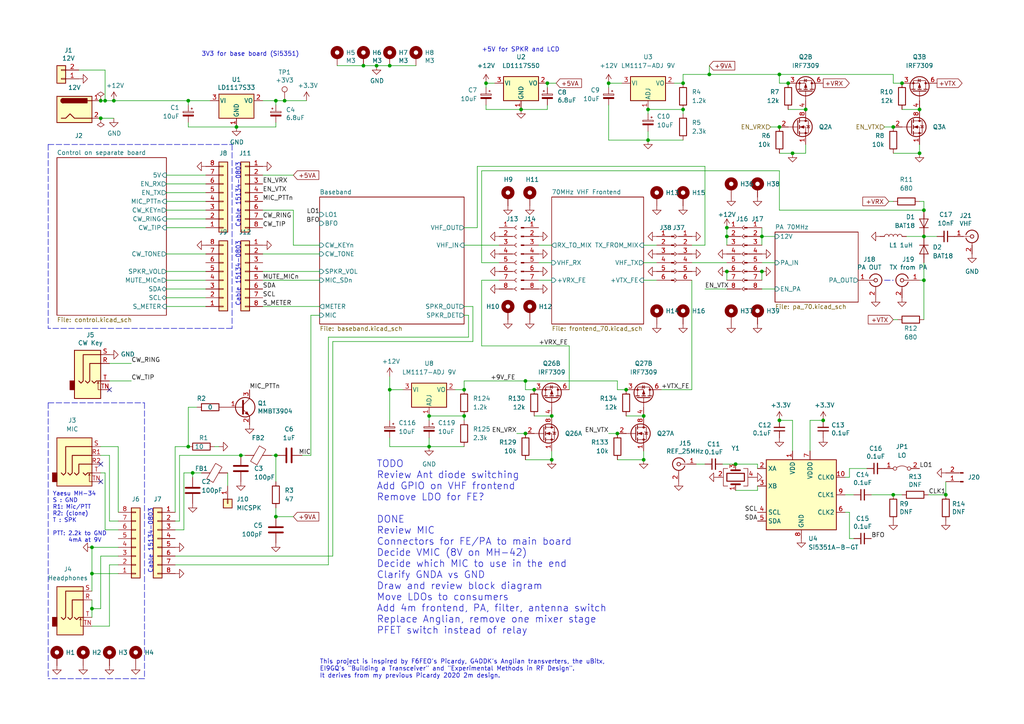
<source format=kicad_sch>
(kicad_sch (version 20211123) (generator eeschema)

  (uuid 7c83c304-769a-4be4-890e-297aba22b5b9)

  (paper "A4")

  (title_block
    (title "DART-70 TRX")
    (date "2023-02-02")
    (rev "0")
    (company "HB9EGM")
    (comment 1 "A 4m Band SSB/CW Transceiver")
  )

  

  (junction (at 220.98 78.74) (diameter 0) (color 0 0 0 0)
    (uuid 005c42c9-ce6f-4fd9-a16f-9cd5f000879f)
  )
  (junction (at 152.4 110.49) (diameter 0) (color 0 0 0 0)
    (uuid 017fffef-7680-4fdc-9f69-fbc4af61405d)
  )
  (junction (at 113.03 113.03) (diameter 0) (color 0 0 0 0)
    (uuid 05bce40f-0a67-49a8-9cc9-dffa779d39e0)
  )
  (junction (at 29.21 29.21) (diameter 0) (color 0 0 0 0)
    (uuid 0a082e3d-5a37-45bf-9936-1925b33d6b4f)
  )
  (junction (at 228.6 24.13) (diameter 0) (color 0 0 0 0)
    (uuid 0d713598-e0d7-4b64-806d-d27b5ae84128)
  )
  (junction (at 259.08 143.51) (diameter 0) (color 0 0 0 0)
    (uuid 11ea7b85-b26d-4a7d-aaed-956352284452)
  )
  (junction (at 109.22 19.05) (diameter 0) (color 0 0 0 0)
    (uuid 130d74aa-cfde-4c45-8bfe-183aacd4590f)
  )
  (junction (at 266.7 44.45) (diameter 0) (color 0 0 0 0)
    (uuid 1379c036-b3e0-455b-b639-0f5dd015d03b)
  )
  (junction (at 198.12 24.13) (diameter 0) (color 0 0 0 0)
    (uuid 13b9a948-b29a-4475-8f42-f20ed3ed1c6a)
  )
  (junction (at 80.01 29.21) (diameter 0) (color 0 0 0 0)
    (uuid 1c29ab88-8089-4a9f-b0ec-e0493fb70d1a)
  )
  (junction (at 33.02 29.21) (diameter 0) (color 0 0 0 0)
    (uuid 1fa90692-7773-42d6-8ba8-8ed55432226b)
  )
  (junction (at 30.48 29.21) (diameter 0) (color 0 0 0 0)
    (uuid 248900dc-9b0b-4fb0-8b44-20e56324d88d)
  )
  (junction (at 152.4 125.73) (diameter 0) (color 0 0 0 0)
    (uuid 2a4cfed9-f6c7-4d39-b91a-979fb8080ec1)
  )
  (junction (at 186.69 120.65) (diameter 0) (color 0 0 0 0)
    (uuid 2aaddcc6-d2a1-4a14-9756-eb3c815e8a40)
  )
  (junction (at 29.21 34.29) (diameter 0) (color 0 0 0 0)
    (uuid 2bb5e7ab-7e6e-4e4b-8997-824caea277e9)
  )
  (junction (at 226.06 36.83) (diameter 0) (color 0 0 0 0)
    (uuid 2c691037-8de1-4537-a0ef-41ed59613839)
  )
  (junction (at 134.62 120.65) (diameter 0) (color 0 0 0 0)
    (uuid 2cf209d2-dbbe-4866-b816-b0401b58cbca)
  )
  (junction (at 187.96 31.75) (diameter 0) (color 0 0 0 0)
    (uuid 398ec90b-61af-4d36-9539-63397d126e21)
  )
  (junction (at 226.06 121.92) (diameter 0) (color 0 0 0 0)
    (uuid 3c03082b-2981-4df2-bc33-6ce03d4158b2)
  )
  (junction (at 238.76 121.92) (diameter 0) (color 0 0 0 0)
    (uuid 4049e650-6035-45af-a547-48a992b127be)
  )
  (junction (at 124.46 129.54) (diameter 0) (color 0 0 0 0)
    (uuid 40f8b8a9-209d-4765-b962-07d9c3da6bec)
  )
  (junction (at 198.12 31.75) (diameter 0) (color 0 0 0 0)
    (uuid 4242ccf2-3c4d-4a22-8247-2311c54121ff)
  )
  (junction (at 267.97 68.58) (diameter 0) (color 0 0 0 0)
    (uuid 43df9b13-487d-4795-8053-4ad8b2cbb873)
  )
  (junction (at 226.06 21.59) (diameter 0) (color 0 0 0 0)
    (uuid 4750ee37-26c3-426a-a03a-0a50ee4de791)
  )
  (junction (at 105.41 19.05) (diameter 0) (color 0 0 0 0)
    (uuid 48d3528f-d200-4dbf-87c6-2835721afb0e)
  )
  (junction (at 26.67 158.75) (diameter 0) (color 0 0 0 0)
    (uuid 4909e963-8ed8-4cc7-a752-cf9a746ceb8a)
  )
  (junction (at 54.61 29.21) (diameter 0) (color 0 0 0 0)
    (uuid 547281cc-eb15-43de-9560-1b10e39a19ed)
  )
  (junction (at 233.68 31.75) (diameter 0) (color 0 0 0 0)
    (uuid 5591956a-807b-4208-83a4-6327422e118a)
  )
  (junction (at 160.02 133.35) (diameter 0) (color 0 0 0 0)
    (uuid 5c804c9e-5bcc-49a1-b9cd-45bd65d5c7ba)
  )
  (junction (at 54.61 129.54) (diameter 0) (color 0 0 0 0)
    (uuid 5cc7d9f6-bcf8-4ce3-a388-e95342b89483)
  )
  (junction (at 26.67 176.53) (diameter 0) (color 0 0 0 0)
    (uuid 6b9394bd-5e58-42ea-a9a4-f58e854aea5c)
  )
  (junction (at 210.82 66.04) (diameter 0) (color 0 0 0 0)
    (uuid 6cabc061-4801-4bc4-95d6-fb89e21621c8)
  )
  (junction (at 210.82 78.74) (diameter 0) (color 0 0 0 0)
    (uuid 730c3642-2478-4c7d-adc4-f5e287876837)
  )
  (junction (at 210.82 68.58) (diameter 0) (color 0 0 0 0)
    (uuid 73572437-b83a-4b19-9bc3-a6bb175f19b8)
  )
  (junction (at 186.69 133.35) (diameter 0) (color 0 0 0 0)
    (uuid 895baa6a-7488-4cde-9c9d-6f2c646170db)
  )
  (junction (at 259.08 36.83) (diameter 0) (color 0 0 0 0)
    (uuid 906f16af-3f1b-4545-bda0-18ebce89ce96)
  )
  (junction (at 140.97 24.13) (diameter 0) (color 0 0 0 0)
    (uuid 91bb5e66-90e9-4aff-b233-5b8d53e4ad1c)
  )
  (junction (at 26.67 166.37) (diameter 0) (color 0 0 0 0)
    (uuid 9fb2ca3c-8612-4c01-a40b-6e7e5895a1a0)
  )
  (junction (at 176.53 24.13) (diameter 0) (color 0 0 0 0)
    (uuid a01cdcc4-8ed1-4b36-8702-1b68481a60d9)
  )
  (junction (at 187.96 40.64) (diameter 0) (color 0 0 0 0)
    (uuid a13e5fb2-5800-4421-9e39-63277f01a71d)
  )
  (junction (at 181.61 113.03) (diameter 0) (color 0 0 0 0)
    (uuid a27f8bb4-13b4-4a8e-9903-d420a7072053)
  )
  (junction (at 82.55 29.21) (diameter 0) (color 0 0 0 0)
    (uuid a99cd17b-9938-46df-92bb-88378a42ecd6)
  )
  (junction (at 274.32 143.51) (diameter 0) (color 0 0 0 0)
    (uuid a9fed849-c0d2-45ff-802c-7da3e4c52c0a)
  )
  (junction (at 154.94 113.03) (diameter 0) (color 0 0 0 0)
    (uuid b047b158-61e4-4977-81f1-3b890f00df24)
  )
  (junction (at 68.58 36.83) (diameter 0) (color 0 0 0 0)
    (uuid b0c265f7-c716-45d5-8397-630db4d2cf65)
  )
  (junction (at 205.74 21.59) (diameter 0) (color 0 0 0 0)
    (uuid b48c282b-d280-4718-bf3a-caf683cb767c)
  )
  (junction (at 179.07 125.73) (diameter 0) (color 0 0 0 0)
    (uuid b6fb4bef-f75b-4b39-bde0-5f22cff5083c)
  )
  (junction (at 124.46 120.65) (diameter 0) (color 0 0 0 0)
    (uuid c98b5425-3cda-4f8e-bb28-5d80a7e82866)
  )
  (junction (at 229.87 44.45) (diameter 0) (color 0 0 0 0)
    (uuid d26d0a63-c69d-4774-9fba-12ed686b99f6)
  )
  (junction (at 113.03 19.05) (diameter 0) (color 0 0 0 0)
    (uuid d4b4dbc7-e763-47b2-a6cb-b5c021db8bcc)
  )
  (junction (at 55.88 137.16) (diameter 0) (color 0 0 0 0)
    (uuid d4c3f5bf-47cb-4030-92b0-bec21d62f389)
  )
  (junction (at 261.62 24.13) (diameter 0) (color 0 0 0 0)
    (uuid d531b677-92b2-4589-8265-ffb9f0a9f471)
  )
  (junction (at 69.85 132.08) (diameter 0) (color 0 0 0 0)
    (uuid d7ecc3d2-2b6e-4e36-92b9-1b58fb257359)
  )
  (junction (at 80.01 132.08) (diameter 0) (color 0 0 0 0)
    (uuid d9abc64c-b691-4ece-b128-4f1d7b31754f)
  )
  (junction (at 267.97 81.28) (diameter 0) (color 0 0 0 0)
    (uuid e2d3e851-e172-407b-bae2-5f89da65f833)
  )
  (junction (at 267.97 60.96) (diameter 0) (color 0 0 0 0)
    (uuid e3590ae0-4844-4150-a020-77e90c312b3c)
  )
  (junction (at 220.98 68.58) (diameter 0) (color 0 0 0 0)
    (uuid e4e1f9d9-3c4f-40b9-b469-d4aa31f8fa0b)
  )
  (junction (at 160.02 120.65) (diameter 0) (color 0 0 0 0)
    (uuid e74da0ca-5170-41ce-af44-0dfee29be6c9)
  )
  (junction (at 158.75 24.13) (diameter 0) (color 0 0 0 0)
    (uuid eb69835d-9be6-45e6-b58c-d2902ddb8fb1)
  )
  (junction (at 266.7 31.75) (diameter 0) (color 0 0 0 0)
    (uuid eeabe6f1-2db7-4eed-bd0c-6e41b390284d)
  )
  (junction (at 80.01 149.86) (diameter 0) (color 0 0 0 0)
    (uuid ef105c45-a454-45c2-badb-d87d915177ef)
  )
  (junction (at 151.13 31.75) (diameter 0) (color 0 0 0 0)
    (uuid f74be2ca-c140-4c85-937a-a008e4f4ddb7)
  )
  (junction (at 213.36 134.62) (diameter 0) (color 0 0 0 0)
    (uuid f8c9e2c3-818f-482b-ad48-f9fb56a455b0)
  )
  (junction (at 134.62 113.03) (diameter 0) (color 0 0 0 0)
    (uuid fafacebf-7545-44dc-98e4-64bf9519be5d)
  )

  (no_connect (at 29.21 139.7) (uuid 891b06d0-7775-40c2-8d16-5452402b91d5))
  (no_connect (at 31.75 113.03) (uuid 9e56fb84-5b0b-47eb-9ee7-e24e7c08829b))
  (no_connect (at 29.21 134.62) (uuid b2135387-8c57-44ac-8ab3-29b54b43f871))

  (polyline (pts (xy 256.54 81.28) (xy 259.08 81.28))
    (stroke (width 0) (type default) (color 0 0 0 0))
    (uuid 0001e022-bec2-4d62-9a4d-7f842d1f79be)
  )

  (wire (pts (xy 29.21 34.29) (xy 33.02 34.29))
    (stroke (width 0) (type default) (color 0 0 0 0))
    (uuid 002154dd-fd21-426e-8f51-d82382197384)
  )
  (wire (pts (xy 80.01 132.08) (xy 80.01 139.7))
    (stroke (width 0) (type default) (color 0 0 0 0))
    (uuid 008a59ee-36fb-4f36-a8b0-5cc99b1e8598)
  )
  (wire (pts (xy 220.98 68.58) (xy 224.79 68.58))
    (stroke (width 0) (type default) (color 0 0 0 0))
    (uuid 01ac92ba-5cd1-46c2-8ba4-cce3dbf5bdfe)
  )
  (wire (pts (xy 210.82 78.74) (xy 210.82 81.28))
    (stroke (width 0) (type default) (color 0 0 0 0))
    (uuid 05e27b42-85aa-4ba7-87a0-11182daa623a)
  )
  (wire (pts (xy 246.38 138.43) (xy 245.11 138.43))
    (stroke (width 0) (type default) (color 0 0 0 0))
    (uuid 05f6334e-7131-4999-b788-1681af60d6df)
  )
  (wire (pts (xy 205.74 21.59) (xy 198.12 21.59))
    (stroke (width 0) (type default) (color 0 0 0 0))
    (uuid 09d1af20-c357-48ec-a10f-915c880f15b6)
  )
  (wire (pts (xy 158.75 24.13) (xy 158.75 25.4))
    (stroke (width 0) (type default) (color 0 0 0 0))
    (uuid 09fbb099-19ff-4c9e-b717-ff9eedac992b)
  )
  (wire (pts (xy 140.97 30.48) (xy 140.97 31.75))
    (stroke (width 0) (type default) (color 0 0 0 0))
    (uuid 0a3a19af-7bfa-4df3-9b73-b98420c4a518)
  )
  (wire (pts (xy 105.41 19.05) (xy 109.22 19.05))
    (stroke (width 0) (type default) (color 0 0 0 0))
    (uuid 0aad0e8d-0747-412b-85ac-039bbac4ff5e)
  )
  (wire (pts (xy 266.7 41.91) (xy 266.7 44.45))
    (stroke (width 0) (type default) (color 0 0 0 0))
    (uuid 0b3a2a48-0270-494e-962a-3658a00a0875)
  )
  (wire (pts (xy 186.69 133.35) (xy 179.07 133.35))
    (stroke (width 0) (type default) (color 0 0 0 0))
    (uuid 0cd7994a-2a60-41be-ac2b-70f29bd137fb)
  )
  (wire (pts (xy 54.61 29.21) (xy 54.61 30.48))
    (stroke (width 0) (type default) (color 0 0 0 0))
    (uuid 11b5652b-07d3-428f-98d5-c354cf3693b1)
  )
  (wire (pts (xy 267.97 58.42) (xy 266.7 58.42))
    (stroke (width 0) (type default) (color 0 0 0 0))
    (uuid 1365db47-3e50-475d-8b7e-e1db17b616fc)
  )
  (wire (pts (xy 140.97 31.75) (xy 151.13 31.75))
    (stroke (width 0) (type default) (color 0 0 0 0))
    (uuid 160e3a4c-588b-4e79-ac75-f98bf80b7e0b)
  )
  (wire (pts (xy 85.09 50.8) (xy 76.2 50.8))
    (stroke (width 0) (type default) (color 0 0 0 0))
    (uuid 16f4aa89-10b3-4c19-aee2-b110182c6854)
  )
  (wire (pts (xy 80.01 29.21) (xy 82.55 29.21))
    (stroke (width 0) (type default) (color 0 0 0 0))
    (uuid 17ba5b19-2b5b-474e-9c14-1c7d35991587)
  )
  (wire (pts (xy 198.12 31.75) (xy 198.12 33.02))
    (stroke (width 0) (type default) (color 0 0 0 0))
    (uuid 17fc291b-23f9-4de7-9168-978b13dcd03c)
  )
  (wire (pts (xy 50.8 148.59) (xy 50.8 129.54))
    (stroke (width 0) (type default) (color 0 0 0 0))
    (uuid 181facd7-c73d-4cb5-8e0f-0267ca40cf15)
  )
  (wire (pts (xy 53.34 153.67) (xy 53.34 137.16))
    (stroke (width 0) (type default) (color 0 0 0 0))
    (uuid 1869a25a-7405-4101-9da6-55f7c1e87e39)
  )
  (wire (pts (xy 220.98 83.82) (xy 224.79 83.82))
    (stroke (width 0) (type default) (color 0 0 0 0))
    (uuid 19a6b424-c553-4be2-9c2f-6b5d041d6f35)
  )
  (wire (pts (xy 113.03 113.03) (xy 113.03 121.92))
    (stroke (width 0) (type default) (color 0 0 0 0))
    (uuid 19f89150-ac78-451b-87ef-9eafce358640)
  )
  (wire (pts (xy 26.67 166.37) (xy 34.29 166.37))
    (stroke (width 0) (type default) (color 0 0 0 0))
    (uuid 1bcf4a11-4c4f-42b8-9e84-ad79d97ffe8f)
  )
  (wire (pts (xy 48.26 88.9) (xy 59.69 88.9))
    (stroke (width 0) (type default) (color 0 0 0 0))
    (uuid 1de35109-2490-47e3-8be5-ab22f13c6848)
  )
  (wire (pts (xy 48.26 50.8) (xy 59.69 50.8))
    (stroke (width 0) (type default) (color 0 0 0 0))
    (uuid 1ef50cec-8701-41c9-a796-aac175c3bcb1)
  )
  (wire (pts (xy 180.34 24.13) (xy 176.53 24.13))
    (stroke (width 0) (type default) (color 0 0 0 0))
    (uuid 2199bdfc-0462-4363-af5e-16d8e19d600a)
  )
  (wire (pts (xy 152.4 110.49) (xy 152.4 113.03))
    (stroke (width 0) (type default) (color 0 0 0 0))
    (uuid 21aa111e-ff1c-449a-ad64-32a5c5f1680e)
  )
  (wire (pts (xy 95.25 97.79) (xy 95.25 163.83))
    (stroke (width 0) (type default) (color 0 0 0 0))
    (uuid 227082fc-081f-46f9-b11d-3c272a90673e)
  )
  (wire (pts (xy 210.82 68.58) (xy 210.82 66.04))
    (stroke (width 0) (type default) (color 0 0 0 0))
    (uuid 22dcd381-de7e-4770-b1fc-5b1585b1e01c)
  )
  (wire (pts (xy 113.03 127) (xy 113.03 129.54))
    (stroke (width 0) (type default) (color 0 0 0 0))
    (uuid 2467b269-bafe-4aae-a9d3-3bc097059ec3)
  )
  (polyline (pts (xy 13.97 116.84) (xy 41.91 116.84))
    (stroke (width 0) (type default) (color 0 0 0 0))
    (uuid 246d8c70-0329-4f4d-9351-49df120458af)
  )

  (wire (pts (xy 54.61 29.21) (xy 60.96 29.21))
    (stroke (width 0) (type default) (color 0 0 0 0))
    (uuid 28eca374-9b5c-4480-a1a6-52ddcbb57db2)
  )
  (wire (pts (xy 245.11 143.51) (xy 247.65 143.51))
    (stroke (width 0) (type default) (color 0 0 0 0))
    (uuid 2a86319a-5a94-4745-ad80-6b5c02f72e82)
  )
  (polyline (pts (xy 67.31 41.91) (xy 67.31 95.25))
    (stroke (width 0) (type default) (color 0 0 0 0))
    (uuid 2df6f517-3da3-4761-bd39-ad71c01eb424)
  )

  (wire (pts (xy 132.08 113.03) (xy 134.62 113.03))
    (stroke (width 0) (type default) (color 0 0 0 0))
    (uuid 2e7a6c84-c568-42c4-9a29-ecdbd261f531)
  )
  (wire (pts (xy 204.47 83.82) (xy 210.82 83.82))
    (stroke (width 0) (type default) (color 0 0 0 0))
    (uuid 2e8990ed-fee4-46e0-a5d6-572eb84d7bbe)
  )
  (wire (pts (xy 158.75 24.13) (xy 161.29 24.13))
    (stroke (width 0) (type default) (color 0 0 0 0))
    (uuid 2ea38bc3-7d3b-428e-a271-404ee98e752b)
  )
  (wire (pts (xy 135.89 91.44) (xy 135.89 97.79))
    (stroke (width 0) (type default) (color 0 0 0 0))
    (uuid 2f9b686c-0a8f-432b-9e90-c788e62691c6)
  )
  (wire (pts (xy 267.97 81.28) (xy 267.97 92.71))
    (stroke (width 0) (type default) (color 0 0 0 0))
    (uuid 2fc55029-8596-42f8-a5b7-345105f5a387)
  )
  (wire (pts (xy 76.2 88.9) (xy 92.71 88.9))
    (stroke (width 0) (type default) (color 0 0 0 0))
    (uuid 311d4ef9-a0ea-4e8e-b65b-70e91af2608e)
  )
  (wire (pts (xy 187.96 40.64) (xy 198.12 40.64))
    (stroke (width 0) (type default) (color 0 0 0 0))
    (uuid 33f01d9a-6abc-40a9-9b6b-d34bddbf731f)
  )
  (wire (pts (xy 256.54 36.83) (xy 259.08 36.83))
    (stroke (width 0) (type default) (color 0 0 0 0))
    (uuid 345987da-5aa5-4c5e-90e1-ddf0086ed5fb)
  )
  (wire (pts (xy 50.8 161.29) (xy 96.52 161.29))
    (stroke (width 0) (type default) (color 0 0 0 0))
    (uuid 361f9eaf-2e29-4825-b35a-439064c6d2db)
  )
  (wire (pts (xy 139.7 76.2) (xy 144.78 76.2))
    (stroke (width 0) (type default) (color 0 0 0 0))
    (uuid 3a4811bf-b539-4978-b0d8-fe47f179161b)
  )
  (wire (pts (xy 179.07 110.49) (xy 179.07 113.03))
    (stroke (width 0) (type default) (color 0 0 0 0))
    (uuid 3c659ad9-54a5-4772-877a-979103718b9e)
  )
  (wire (pts (xy 262.89 68.58) (xy 267.97 68.58))
    (stroke (width 0) (type default) (color 0 0 0 0))
    (uuid 3eb66799-e8b0-416b-a9e5-17fd18188e1b)
  )
  (wire (pts (xy 134.62 66.04) (xy 138.43 66.04))
    (stroke (width 0) (type default) (color 0 0 0 0))
    (uuid 3ee41aac-558c-43a3-a816-e31001ae8352)
  )
  (wire (pts (xy 48.26 53.34) (xy 59.69 53.34))
    (stroke (width 0) (type default) (color 0 0 0 0))
    (uuid 3f726201-a2b0-494c-bb67-0bed26cc560f)
  )
  (wire (pts (xy 34.29 158.75) (xy 26.67 158.75))
    (stroke (width 0) (type default) (color 0 0 0 0))
    (uuid 4112aabb-0408-4a3a-9841-f57862637df1)
  )
  (wire (pts (xy 158.75 31.75) (xy 151.13 31.75))
    (stroke (width 0) (type default) (color 0 0 0 0))
    (uuid 443127ca-ab31-4ac0-90cc-723625487807)
  )
  (wire (pts (xy 195.58 24.13) (xy 198.12 24.13))
    (stroke (width 0) (type default) (color 0 0 0 0))
    (uuid 4435e8ff-b63e-4b32-81db-49caa0dd6c5f)
  )
  (wire (pts (xy 116.84 113.03) (xy 113.03 113.03))
    (stroke (width 0) (type default) (color 0 0 0 0))
    (uuid 4689d425-6d75-482b-88d4-7dc2035414da)
  )
  (wire (pts (xy 48.26 55.88) (xy 59.69 55.88))
    (stroke (width 0) (type default) (color 0 0 0 0))
    (uuid 475d7116-2e26-4a72-942e-766ab472ca0d)
  )
  (polyline (pts (xy 41.91 116.84) (xy 41.91 196.85))
    (stroke (width 0) (type default) (color 0 0 0 0))
    (uuid 4b105a5f-5ed5-49ae-8bb9-f1d8c5566b50)
  )

  (wire (pts (xy 135.89 97.79) (xy 95.25 97.79))
    (stroke (width 0) (type default) (color 0 0 0 0))
    (uuid 4c2ca5f1-ff49-468e-a870-b80100e1827e)
  )
  (wire (pts (xy 198.12 21.59) (xy 198.12 24.13))
    (stroke (width 0) (type default) (color 0 0 0 0))
    (uuid 4c57c394-f97c-4a0b-80d4-0b5157781c3b)
  )
  (wire (pts (xy 261.62 31.75) (xy 266.7 31.75))
    (stroke (width 0) (type default) (color 0 0 0 0))
    (uuid 4d5acc98-17ff-4e60-af52-349a1269dddf)
  )
  (wire (pts (xy 139.7 49.53) (xy 139.7 76.2))
    (stroke (width 0) (type default) (color 0 0 0 0))
    (uuid 4ecfe5c5-d7fc-4d05-be28-1ed42c507ec3)
  )
  (wire (pts (xy 113.03 109.22) (xy 113.03 113.03))
    (stroke (width 0) (type default) (color 0 0 0 0))
    (uuid 4fd32878-22ab-4bbb-8f71-4df2678006d9)
  )
  (wire (pts (xy 220.98 66.04) (xy 220.98 68.58))
    (stroke (width 0) (type default) (color 0 0 0 0))
    (uuid 51ff27b9-f9f9-45f2-b9f3-2b930513405d)
  )
  (wire (pts (xy 156.21 81.28) (xy 160.02 81.28))
    (stroke (width 0) (type default) (color 0 0 0 0))
    (uuid 52d9d6dd-4266-418b-bf9a-446977053e6f)
  )
  (wire (pts (xy 29.21 161.29) (xy 29.21 176.53))
    (stroke (width 0) (type default) (color 0 0 0 0))
    (uuid 53bb37bd-6ad6-430f-b5e5-21e40448d528)
  )
  (wire (pts (xy 266.7 81.28) (xy 267.97 81.28))
    (stroke (width 0) (type default) (color 0 0 0 0))
    (uuid 566a1dfd-871f-4bc8-98fc-32631eb16c5b)
  )
  (wire (pts (xy 29.21 176.53) (xy 26.67 176.53))
    (stroke (width 0) (type default) (color 0 0 0 0))
    (uuid 568b5dd5-7629-4c3d-9388-eaa54c2762b1)
  )
  (wire (pts (xy 48.26 78.74) (xy 59.69 78.74))
    (stroke (width 0) (type default) (color 0 0 0 0))
    (uuid 56cb3f92-2c0e-42ee-84b9-de64810b5c8d)
  )
  (wire (pts (xy 97.79 19.05) (xy 105.41 19.05))
    (stroke (width 0) (type default) (color 0 0 0 0))
    (uuid 579d81c4-8fa6-40d5-b99a-d160787b45b9)
  )
  (wire (pts (xy 50.8 153.67) (xy 53.34 153.67))
    (stroke (width 0) (type default) (color 0 0 0 0))
    (uuid 58e4fb93-6235-473b-af92-bf79be065bda)
  )
  (wire (pts (xy 160.02 133.35) (xy 152.4 133.35))
    (stroke (width 0) (type default) (color 0 0 0 0))
    (uuid 59907bc0-d2f8-4640-8e2c-05a965f153c2)
  )
  (wire (pts (xy 29.21 132.08) (xy 31.75 132.08))
    (stroke (width 0) (type default) (color 0 0 0 0))
    (uuid 59af70e6-5e6f-4213-8799-5a44b525739b)
  )
  (wire (pts (xy 204.47 48.26) (xy 204.47 71.12))
    (stroke (width 0) (type default) (color 0 0 0 0))
    (uuid 5a05460d-15bc-4058-86e6-a6bff5598db7)
  )
  (wire (pts (xy 205.74 19.05) (xy 205.74 21.59))
    (stroke (width 0) (type default) (color 0 0 0 0))
    (uuid 5afca071-0542-406b-83f5-f8ed30e05c4c)
  )
  (wire (pts (xy 138.43 48.26) (xy 204.47 48.26))
    (stroke (width 0) (type default) (color 0 0 0 0))
    (uuid 5c0ae8f2-fb0b-4cbf-bd78-f6131c18140d)
  )
  (wire (pts (xy 134.62 91.44) (xy 135.89 91.44))
    (stroke (width 0) (type default) (color 0 0 0 0))
    (uuid 5c0d735a-ca1c-4202-8faf-02e515d1181f)
  )
  (wire (pts (xy 76.2 78.74) (xy 92.71 78.74))
    (stroke (width 0) (type default) (color 0 0 0 0))
    (uuid 5cd8bda4-22ef-4084-8249-44fe15f1fc0e)
  )
  (wire (pts (xy 186.69 130.81) (xy 186.69 133.35))
    (stroke (width 0) (type default) (color 0 0 0 0))
    (uuid 5d8be8dc-6d11-4a4e-ac4a-ca8b36d2eec9)
  )
  (wire (pts (xy 124.46 120.65) (xy 134.62 120.65))
    (stroke (width 0) (type default) (color 0 0 0 0))
    (uuid 5e934503-e806-422c-a902-197563c1ae7c)
  )
  (wire (pts (xy 259.08 21.59) (xy 226.06 21.59))
    (stroke (width 0) (type default) (color 0 0 0 0))
    (uuid 5ea05504-bb96-4847-90cf-26cb1afd4244)
  )
  (wire (pts (xy 66.04 137.16) (xy 66.04 140.97))
    (stroke (width 0) (type default) (color 0 0 0 0))
    (uuid 601c5479-68c8-4d7c-bbde-860bd11a7597)
  )
  (wire (pts (xy 31.75 151.13) (xy 34.29 151.13))
    (stroke (width 0) (type default) (color 0 0 0 0))
    (uuid 6123b0cd-d677-4963-a353-8d6b35692422)
  )
  (polyline (pts (xy 41.91 196.85) (xy 13.97 196.85))
    (stroke (width 0) (type default) (color 0 0 0 0))
    (uuid 6188cf07-9c8d-498a-9db9-9718888dfe39)
  )

  (wire (pts (xy 139.7 81.28) (xy 144.78 81.28))
    (stroke (width 0) (type default) (color 0 0 0 0))
    (uuid 622f00d8-5ad7-46ce-ad73-dd9d4ed09081)
  )
  (wire (pts (xy 33.02 29.21) (xy 54.61 29.21))
    (stroke (width 0) (type default) (color 0 0 0 0))
    (uuid 6465c817-6f2e-4e62-ac9d-f9a1d93df9e1)
  )
  (wire (pts (xy 251.46 135.89) (xy 246.38 135.89))
    (stroke (width 0) (type default) (color 0 0 0 0))
    (uuid 64e90390-0f4c-4cc1-bafa-363ce23516e9)
  )
  (wire (pts (xy 246.38 156.21) (xy 246.38 148.59))
    (stroke (width 0) (type default) (color 0 0 0 0))
    (uuid 65dd0601-a23d-4c5d-b924-966fc498cbfc)
  )
  (wire (pts (xy 259.08 92.71) (xy 260.35 92.71))
    (stroke (width 0) (type default) (color 0 0 0 0))
    (uuid 65fd1318-4897-4656-baf4-cc1aa4efc50e)
  )
  (wire (pts (xy 137.16 99.06) (xy 96.52 99.06))
    (stroke (width 0) (type default) (color 0 0 0 0))
    (uuid 67fd3f09-ff5e-4560-b9cb-23649083a340)
  )
  (wire (pts (xy 233.68 44.45) (xy 229.87 44.45))
    (stroke (width 0) (type default) (color 0 0 0 0))
    (uuid 67fd7240-7a2e-4504-8c70-47b3112c634e)
  )
  (wire (pts (xy 26.67 166.37) (xy 26.67 171.45))
    (stroke (width 0) (type default) (color 0 0 0 0))
    (uuid 696f862b-a951-463f-ad29-011c067090d6)
  )
  (wire (pts (xy 246.38 148.59) (xy 245.11 148.59))
    (stroke (width 0) (type default) (color 0 0 0 0))
    (uuid 699bee8c-8bc3-4aa6-b4ed-0aa4d255078a)
  )
  (wire (pts (xy 226.06 60.96) (xy 267.97 60.96))
    (stroke (width 0) (type default) (color 0 0 0 0))
    (uuid 6a35e12d-60aa-4a5e-b415-45f38cce26f9)
  )
  (wire (pts (xy 234.95 121.92) (xy 234.95 130.81))
    (stroke (width 0) (type default) (color 0 0 0 0))
    (uuid 6b09c60c-c53b-47dd-b8b8-94f682cd2086)
  )
  (wire (pts (xy 48.26 81.28) (xy 59.69 81.28))
    (stroke (width 0) (type default) (color 0 0 0 0))
    (uuid 6c2583d2-6254-4856-a6b8-160d5f6a3f99)
  )
  (wire (pts (xy 50.8 151.13) (xy 52.07 151.13))
    (stroke (width 0) (type default) (color 0 0 0 0))
    (uuid 6cc72bfd-2651-4e90-af42-5d6cec3950c1)
  )
  (wire (pts (xy 124.46 120.65) (xy 124.46 121.92))
    (stroke (width 0) (type default) (color 0 0 0 0))
    (uuid 6db40a4d-a63f-4f70-b442-ff2fd2399af2)
  )
  (wire (pts (xy 26.67 173.99) (xy 26.67 176.53))
    (stroke (width 0) (type default) (color 0 0 0 0))
    (uuid 7019dafb-64b4-4e22-837e-9f37341a0157)
  )
  (wire (pts (xy 210.82 71.12) (xy 210.82 68.58))
    (stroke (width 0) (type default) (color 0 0 0 0))
    (uuid 71e59ea6-1d95-41dd-aaff-b947e8d6629b)
  )
  (wire (pts (xy 55.88 137.16) (xy 58.42 137.16))
    (stroke (width 0) (type default) (color 0 0 0 0))
    (uuid 735e33ba-0601-4acb-983d-1656020ec14e)
  )
  (wire (pts (xy 259.08 24.13) (xy 261.62 24.13))
    (stroke (width 0) (type default) (color 0 0 0 0))
    (uuid 73697aae-1f79-401a-bdaa-9ebc2f2340de)
  )
  (wire (pts (xy 140.97 24.13) (xy 140.97 25.4))
    (stroke (width 0) (type default) (color 0 0 0 0))
    (uuid 7471700d-9a5d-406e-b9fc-bdeed49379fa)
  )
  (wire (pts (xy 30.48 29.21) (xy 33.02 29.21))
    (stroke (width 0) (type default) (color 0 0 0 0))
    (uuid 74760d5b-303c-4603-ac2e-6b5209546581)
  )
  (polyline (pts (xy 13.97 116.84) (xy 13.97 196.85))
    (stroke (width 0) (type default) (color 0 0 0 0))
    (uuid 74e37401-14d3-4e3c-84ed-7ddb4d75b44f)
  )

  (wire (pts (xy 29.21 129.54) (xy 34.29 129.54))
    (stroke (width 0) (type default) (color 0 0 0 0))
    (uuid 754f923b-5aa7-4d87-b589-d53346af6023)
  )
  (wire (pts (xy 156.21 76.2) (xy 160.02 76.2))
    (stroke (width 0) (type default) (color 0 0 0 0))
    (uuid 7887f659-7796-4d20-b8ec-45fe37db4d3b)
  )
  (wire (pts (xy 22.86 20.32) (xy 30.48 20.32))
    (stroke (width 0) (type default) (color 0 0 0 0))
    (uuid 79aced1b-30d4-4883-86bf-8a38d664736a)
  )
  (wire (pts (xy 134.62 71.12) (xy 144.78 71.12))
    (stroke (width 0) (type default) (color 0 0 0 0))
    (uuid 7b959fed-4370-4448-9d17-fbc4f5703c60)
  )
  (wire (pts (xy 252.73 143.51) (xy 259.08 143.51))
    (stroke (width 0) (type default) (color 0 0 0 0))
    (uuid 7d4200e5-e280-4699-af56-048ba84247d3)
  )
  (wire (pts (xy 181.61 120.65) (xy 186.69 120.65))
    (stroke (width 0) (type default) (color 0 0 0 0))
    (uuid 7fb1d6aa-c78d-4a0a-8774-94860edaefde)
  )
  (wire (pts (xy 71.12 132.08) (xy 69.85 132.08))
    (stroke (width 0) (type default) (color 0 0 0 0))
    (uuid 7fcd6903-4017-464e-a708-1e51b67dd39f)
  )
  (wire (pts (xy 26.67 158.75) (xy 26.67 166.37))
    (stroke (width 0) (type default) (color 0 0 0 0))
    (uuid 80203512-93fd-487a-a00c-1916502463c3)
  )
  (wire (pts (xy 259.08 58.42) (xy 257.81 58.42))
    (stroke (width 0) (type default) (color 0 0 0 0))
    (uuid 8025fc94-e615-4b56-8bf2-4787b89136f5)
  )
  (wire (pts (xy 137.16 88.9) (xy 137.16 99.06))
    (stroke (width 0) (type default) (color 0 0 0 0))
    (uuid 812f91c0-f736-4383-bfee-2790347c3abf)
  )
  (wire (pts (xy 80.01 149.86) (xy 85.09 149.86))
    (stroke (width 0) (type default) (color 0 0 0 0))
    (uuid 816e41e9-8ef8-4e70-a70f-02175bdc97c4)
  )
  (polyline (pts (xy 13.97 41.91) (xy 13.97 95.25))
    (stroke (width 0) (type default) (color 0 0 0 0))
    (uuid 834eed63-98bc-4692-be8a-6868d5c838d4)
  )

  (wire (pts (xy 48.26 66.04) (xy 59.69 66.04))
    (stroke (width 0) (type default) (color 0 0 0 0))
    (uuid 836458d9-8a3b-4d53-aaf1-9cc6ec2305f2)
  )
  (wire (pts (xy 229.87 44.45) (xy 226.06 44.45))
    (stroke (width 0) (type default) (color 0 0 0 0))
    (uuid 86c60f4b-4421-4865-beff-ed93adca8ac2)
  )
  (wire (pts (xy 134.62 110.49) (xy 134.62 113.03))
    (stroke (width 0) (type default) (color 0 0 0 0))
    (uuid 89562ce6-3bf6-48b4-9ac3-e361beda3d67)
  )
  (wire (pts (xy 186.69 76.2) (xy 190.5 76.2))
    (stroke (width 0) (type default) (color 0 0 0 0))
    (uuid 89f5cd17-8501-4243-bc98-0e8a1aab3a95)
  )
  (wire (pts (xy 34.29 129.54) (xy 34.29 148.59))
    (stroke (width 0) (type default) (color 0 0 0 0))
    (uuid 8b36f37f-a068-4636-8967-22103b343d70)
  )
  (wire (pts (xy 76.2 81.28) (xy 92.71 81.28))
    (stroke (width 0) (type default) (color 0 0 0 0))
    (uuid 8b38ff0f-fed5-4ee4-8847-6ec4f4b389a9)
  )
  (wire (pts (xy 48.26 86.36) (xy 59.69 86.36))
    (stroke (width 0) (type default) (color 0 0 0 0))
    (uuid 8c8438c2-dfb5-4131-857c-1ad8997220ea)
  )
  (wire (pts (xy 247.65 156.21) (xy 246.38 156.21))
    (stroke (width 0) (type default) (color 0 0 0 0))
    (uuid 8e0abe23-8e7e-48a9-af11-f26197bd8fbf)
  )
  (wire (pts (xy 152.4 110.49) (xy 134.62 110.49))
    (stroke (width 0) (type default) (color 0 0 0 0))
    (uuid 8e9b1e7a-62cc-4f36-b0d8-79141cadd4b0)
  )
  (wire (pts (xy 176.53 30.48) (xy 176.53 40.64))
    (stroke (width 0) (type default) (color 0 0 0 0))
    (uuid 8f5c2a3a-b2da-434e-8810-9da52a5e413a)
  )
  (wire (pts (xy 134.62 88.9) (xy 137.16 88.9))
    (stroke (width 0) (type default) (color 0 0 0 0))
    (uuid 906c4fbb-4fdd-48c5-aa07-85c56299e46a)
  )
  (wire (pts (xy 80.01 147.32) (xy 80.01 149.86))
    (stroke (width 0) (type default) (color 0 0 0 0))
    (uuid 91c438b1-678d-4a85-be0e-771bfbc58931)
  )
  (wire (pts (xy 228.6 31.75) (xy 233.68 31.75))
    (stroke (width 0) (type default) (color 0 0 0 0))
    (uuid 92dfb53a-5556-47b1-8088-214aebbc803d)
  )
  (wire (pts (xy 92.71 91.44) (xy 90.17 91.44))
    (stroke (width 0) (type default) (color 0 0 0 0))
    (uuid 935427ba-97bd-4319-b38c-51b473619c8a)
  )
  (wire (pts (xy 158.75 30.48) (xy 158.75 31.75))
    (stroke (width 0) (type default) (color 0 0 0 0))
    (uuid 96e30a9c-78b6-4d1a-bc72-6cbdc7743876)
  )
  (wire (pts (xy 90.17 91.44) (xy 90.17 132.08))
    (stroke (width 0) (type default) (color 0 0 0 0))
    (uuid 9792cf44-3261-4d9f-8ae0-31fdeec0dc70)
  )
  (wire (pts (xy 31.75 151.13) (xy 31.75 132.08))
    (stroke (width 0) (type default) (color 0 0 0 0))
    (uuid 98ea83ac-41c6-4b7d-be63-41372bbd6e24)
  )
  (wire (pts (xy 54.61 35.56) (xy 54.61 36.83))
    (stroke (width 0) (type default) (color 0 0 0 0))
    (uuid 99f8394d-1325-4f0e-9ed0-19dceab6e1f9)
  )
  (wire (pts (xy 165.1 100.33) (xy 165.1 113.03))
    (stroke (width 0) (type default) (color 0 0 0 0))
    (uuid 9a9d67d1-0be1-4703-9d49-02f539a3263f)
  )
  (wire (pts (xy 113.03 129.54) (xy 124.46 129.54))
    (stroke (width 0) (type default) (color 0 0 0 0))
    (uuid 9aa69914-d045-44c2-b484-b7da1b42ac5c)
  )
  (wire (pts (xy 52.07 132.08) (xy 69.85 132.08))
    (stroke (width 0) (type default) (color 0 0 0 0))
    (uuid 9c3d736f-f850-40b5-83bf-bf71ce2d8e7c)
  )
  (wire (pts (xy 96.52 99.06) (xy 96.52 161.29))
    (stroke (width 0) (type default) (color 0 0 0 0))
    (uuid 9c4c0112-7564-4034-996a-b0e56c2141a6)
  )
  (wire (pts (xy 186.69 71.12) (xy 190.5 71.12))
    (stroke (width 0) (type default) (color 0 0 0 0))
    (uuid 9d00ede8-7480-44d8-b21e-d16dd17b75ac)
  )
  (wire (pts (xy 238.76 121.92) (xy 234.95 121.92))
    (stroke (width 0) (type default) (color 0 0 0 0))
    (uuid 9d3a7a2b-8bae-4d82-8634-16a99f57e389)
  )
  (wire (pts (xy 154.94 120.65) (xy 160.02 120.65))
    (stroke (width 0) (type default) (color 0 0 0 0))
    (uuid 9ea1a6b2-e832-4683-a3da-21f5185fa1e0)
  )
  (wire (pts (xy 124.46 129.54) (xy 134.62 129.54))
    (stroke (width 0) (type default) (color 0 0 0 0))
    (uuid 9efe9c33-06a1-4ca1-81b8-03d56d071c95)
  )
  (wire (pts (xy 223.52 36.83) (xy 226.06 36.83))
    (stroke (width 0) (type default) (color 0 0 0 0))
    (uuid a057c374-c462-4764-bd16-2c00eef92afa)
  )
  (wire (pts (xy 31.75 105.41) (xy 38.1 105.41))
    (stroke (width 0) (type default) (color 0 0 0 0))
    (uuid a1abde39-78d5-402d-bb1c-75243c61d29b)
  )
  (wire (pts (xy 48.26 58.42) (xy 59.69 58.42))
    (stroke (width 0) (type default) (color 0 0 0 0))
    (uuid a2c10dec-c0b0-471a-b75e-c1a8452900c1)
  )
  (wire (pts (xy 220.98 68.58) (xy 220.98 71.12))
    (stroke (width 0) (type default) (color 0 0 0 0))
    (uuid a40b6a6f-dc57-45f8-9beb-e6dbac2dd670)
  )
  (wire (pts (xy 139.7 81.28) (xy 139.7 100.33))
    (stroke (width 0) (type default) (color 0 0 0 0))
    (uuid a4cd4dda-ad2e-4f5b-83bd-f52562dd7fb4)
  )
  (wire (pts (xy 139.7 100.33) (xy 165.1 100.33))
    (stroke (width 0) (type default) (color 0 0 0 0))
    (uuid a5680011-b168-47fd-8384-d29b81a9d2c7)
  )
  (wire (pts (xy 78.74 132.08) (xy 80.01 132.08))
    (stroke (width 0) (type default) (color 0 0 0 0))
    (uuid a5f4f26e-4b82-496f-b7bb-4ed4211f8100)
  )
  (wire (pts (xy 54.61 36.83) (xy 68.58 36.83))
    (stroke (width 0) (type default) (color 0 0 0 0))
    (uuid a69bb6f5-978b-49bb-9446-4ec9cfe4501e)
  )
  (wire (pts (xy 259.08 21.59) (xy 259.08 24.13))
    (stroke (width 0) (type default) (color 0 0 0 0))
    (uuid a7349b87-3477-4ba5-bc62-3587f94ab817)
  )
  (wire (pts (xy 267.97 58.42) (xy 267.97 60.96))
    (stroke (width 0) (type default) (color 0 0 0 0))
    (uuid a8465ca8-68f9-4eee-904b-5bbfa483a6ff)
  )
  (wire (pts (xy 55.88 138.43) (xy 55.88 137.16))
    (stroke (width 0) (type default) (color 0 0 0 0))
    (uuid a8d341ec-3332-4d82-8a1f-e52e32f564f1)
  )
  (wire (pts (xy 53.34 137.16) (xy 55.88 137.16))
    (stroke (width 0) (type default) (color 0 0 0 0))
    (uuid a9276ad3-2500-44c6-895a-e842a0033021)
  )
  (wire (pts (xy 88.9 29.21) (xy 82.55 29.21))
    (stroke (width 0) (type default) (color 0 0 0 0))
    (uuid a93dd5f3-ded3-42da-9f3d-78740a5a5bff)
  )
  (wire (pts (xy 30.48 153.67) (xy 30.48 137.16))
    (stroke (width 0) (type default) (color 0 0 0 0))
    (uuid a99a526a-0727-4d5d-b793-47c299fd72ba)
  )
  (wire (pts (xy 48.26 83.82) (xy 59.69 83.82))
    (stroke (width 0) (type default) (color 0 0 0 0))
    (uuid ac0ae1b6-d482-4675-aec8-4c2f8c7318db)
  )
  (wire (pts (xy 160.02 130.81) (xy 160.02 133.35))
    (stroke (width 0) (type default) (color 0 0 0 0))
    (uuid ac783a9e-aa2d-4ae8-8d23-c0e296100292)
  )
  (wire (pts (xy 138.43 66.04) (xy 138.43 48.26))
    (stroke (width 0) (type default) (color 0 0 0 0))
    (uuid ad195d4d-ed76-4a26-ac30-01da417bd64b)
  )
  (wire (pts (xy 226.06 21.59) (xy 205.74 21.59))
    (stroke (width 0) (type default) (color 0 0 0 0))
    (uuid ad76707e-1f2e-4941-86a0-50951acd24bc)
  )
  (wire (pts (xy 176.53 40.64) (xy 187.96 40.64))
    (stroke (width 0) (type default) (color 0 0 0 0))
    (uuid aed0a299-8aa6-4a50-b993-c38efe5fdd7a)
  )
  (wire (pts (xy 176.53 24.13) (xy 176.53 25.4))
    (stroke (width 0) (type default) (color 0 0 0 0))
    (uuid b1ea2466-2371-4b96-9289-6c42e0f0b899)
  )
  (wire (pts (xy 152.4 113.03) (xy 154.94 113.03))
    (stroke (width 0) (type default) (color 0 0 0 0))
    (uuid b25cab70-2774-4e2f-9c98-8c377353caa5)
  )
  (wire (pts (xy 52.07 151.13) (xy 52.07 132.08))
    (stroke (width 0) (type default) (color 0 0 0 0))
    (uuid b32653e4-7801-40ea-b61b-f0311c01d3b4)
  )
  (polyline (pts (xy 13.97 41.91) (xy 67.31 41.91))
    (stroke (width 0) (type default) (color 0 0 0 0))
    (uuid b3f67849-c79e-4262-b803-d461d1887604)
  )
  (polyline (pts (xy 67.31 95.25) (xy 13.97 95.25))
    (stroke (width 0) (type default) (color 0 0 0 0))
    (uuid b415a656-e3e5-4629-aa6c-6a23a847c576)
  )

  (wire (pts (xy 266.7 44.45) (xy 259.08 44.45))
    (stroke (width 0) (type default) (color 0 0 0 0))
    (uuid b5cbe891-dcdf-4951-8f0a-b2c28e4293cd)
  )
  (wire (pts (xy 134.62 120.65) (xy 134.62 121.92))
    (stroke (width 0) (type default) (color 0 0 0 0))
    (uuid b6568682-c048-45dc-9660-2cfa116e4956)
  )
  (wire (pts (xy 200.66 81.28) (xy 200.66 113.03))
    (stroke (width 0) (type default) (color 0 0 0 0))
    (uuid b76bf4b8-b8a6-4212-b994-2d75200586c7)
  )
  (wire (pts (xy 179.07 110.49) (xy 152.4 110.49))
    (stroke (width 0) (type default) (color 0 0 0 0))
    (uuid b953ed15-5ff6-43af-983b-de23efa0e5bd)
  )
  (wire (pts (xy 48.26 63.5) (xy 59.69 63.5))
    (stroke (width 0) (type default) (color 0 0 0 0))
    (uuid bb13b6c6-7b88-4971-969d-518c0a6e43cc)
  )
  (wire (pts (xy 226.06 24.13) (xy 228.6 24.13))
    (stroke (width 0) (type default) (color 0 0 0 0))
    (uuid bb78f99c-6783-4afe-a661-68817d4180ab)
  )
  (wire (pts (xy 246.38 135.89) (xy 246.38 138.43))
    (stroke (width 0) (type default) (color 0 0 0 0))
    (uuid bcb20d96-4c0e-4c98-a263-0cdd41ab15e5)
  )
  (wire (pts (xy 187.96 38.1) (xy 187.96 40.64))
    (stroke (width 0) (type default) (color 0 0 0 0))
    (uuid bda7a16e-b931-4d51-b769-ff5809beef5f)
  )
  (wire (pts (xy 48.26 60.96) (xy 59.69 60.96))
    (stroke (width 0) (type default) (color 0 0 0 0))
    (uuid bfce1213-d511-4811-bc9d-beb994b8b9fe)
  )
  (wire (pts (xy 31.75 163.83) (xy 31.75 181.61))
    (stroke (width 0) (type default) (color 0 0 0 0))
    (uuid c0738ee3-5ef6-48be-9a20-f10b8cdc3a6d)
  )
  (wire (pts (xy 34.29 161.29) (xy 29.21 161.29))
    (stroke (width 0) (type default) (color 0 0 0 0))
    (uuid c12b5903-2f75-49c3-8332-69e02fb1aff7)
  )
  (wire (pts (xy 229.87 121.92) (xy 229.87 130.81))
    (stroke (width 0) (type default) (color 0 0 0 0))
    (uuid c24d03f2-5bff-4d74-88e5-481cd2f1e035)
  )
  (wire (pts (xy 274.32 143.51) (xy 274.32 139.7))
    (stroke (width 0) (type default) (color 0 0 0 0))
    (uuid c48e879f-0b64-4f86-a8cf-003dbff29c4e)
  )
  (wire (pts (xy 226.06 49.53) (xy 226.06 60.96))
    (stroke (width 0) (type default) (color 0 0 0 0))
    (uuid c4edda47-532d-4e95-9fc8-38bd0ed58dfb)
  )
  (wire (pts (xy 186.69 81.28) (xy 190.5 81.28))
    (stroke (width 0) (type default) (color 0 0 0 0))
    (uuid c64a6907-65ea-4d9f-8271-b12257b06b60)
  )
  (wire (pts (xy 76.2 73.66) (xy 92.71 73.66))
    (stroke (width 0) (type default) (color 0 0 0 0))
    (uuid cb987807-5979-49b5-8522-334a69d0b59b)
  )
  (wire (pts (xy 261.62 143.51) (xy 259.08 143.51))
    (stroke (width 0) (type default) (color 0 0 0 0))
    (uuid cbbfb5e5-7e85-4367-b6a7-9b21fc6d9e17)
  )
  (wire (pts (xy 139.7 49.53) (xy 226.06 49.53))
    (stroke (width 0) (type default) (color 0 0 0 0))
    (uuid cbd19eae-411c-4ba9-9265-3a6ab1b93364)
  )
  (wire (pts (xy 213.36 142.24) (xy 219.71 142.24))
    (stroke (width 0) (type default) (color 0 0 0 0))
    (uuid cc89f37d-2221-4ee8-a763-21432c733f93)
  )
  (wire (pts (xy 76.2 29.21) (xy 80.01 29.21))
    (stroke (width 0) (type default) (color 0 0 0 0))
    (uuid cdc3b2bb-9f60-476c-ac94-bf550b6e7b5e)
  )
  (wire (pts (xy 233.68 41.91) (xy 233.68 44.45))
    (stroke (width 0) (type default) (color 0 0 0 0))
    (uuid cdf8245b-2e03-441d-8536-8e14a3d0d2ff)
  )
  (wire (pts (xy 226.06 121.92) (xy 229.87 121.92))
    (stroke (width 0) (type default) (color 0 0 0 0))
    (uuid ceb52c7a-a12c-449a-be98-109b3a3bd409)
  )
  (wire (pts (xy 34.29 163.83) (xy 31.75 163.83))
    (stroke (width 0) (type default) (color 0 0 0 0))
    (uuid d1791382-8e9e-408d-8461-11f5ded4ad48)
  )
  (wire (pts (xy 29.21 29.21) (xy 30.48 29.21))
    (stroke (width 0) (type default) (color 0 0 0 0))
    (uuid d18620ef-44b4-47e8-b939-bb0398e91c85)
  )
  (wire (pts (xy 57.15 118.11) (xy 54.61 118.11))
    (stroke (width 0) (type default) (color 0 0 0 0))
    (uuid d1ce4cd2-0109-47a9-93f8-38c475604c2d)
  )
  (wire (pts (xy 149.86 125.73) (xy 152.4 125.73))
    (stroke (width 0) (type default) (color 0 0 0 0))
    (uuid d3037f61-0d8a-4a15-b031-47786566e960)
  )
  (wire (pts (xy 87.63 132.08) (xy 90.17 132.08))
    (stroke (width 0) (type default) (color 0 0 0 0))
    (uuid d3155823-164e-414b-a9b1-daa66df8bb6f)
  )
  (wire (pts (xy 85.09 60.96) (xy 76.2 60.96))
    (stroke (width 0) (type default) (color 0 0 0 0))
    (uuid d4dea28c-2f1d-4f2b-9141-90634cbd9401)
  )
  (wire (pts (xy 219.71 134.62) (xy 219.71 135.89))
    (stroke (width 0) (type default) (color 0 0 0 0))
    (uuid d51dda35-7a1a-4d41-817a-7bb1f7f6ffd4)
  )
  (wire (pts (xy 109.22 19.05) (xy 113.03 19.05))
    (stroke (width 0) (type default) (color 0 0 0 0))
    (uuid d5d26400-826e-40a5-a7b1-6a9ebbaedfb4)
  )
  (wire (pts (xy 271.78 68.58) (xy 267.97 68.58))
    (stroke (width 0) (type default) (color 0 0 0 0))
    (uuid d62cfc4c-5e25-471a-be1e-d5cbaecce182)
  )
  (wire (pts (xy 204.47 71.12) (xy 200.66 71.12))
    (stroke (width 0) (type default) (color 0 0 0 0))
    (uuid d6359d4b-1c12-4663-b116-45be3135a185)
  )
  (wire (pts (xy 48.26 73.66) (xy 59.69 73.66))
    (stroke (width 0) (type default) (color 0 0 0 0))
    (uuid dc5747ab-76be-4b9c-9c8e-2d26c29683ce)
  )
  (wire (pts (xy 140.97 24.13) (xy 143.51 24.13))
    (stroke (width 0) (type default) (color 0 0 0 0))
    (uuid dd927172-6a9a-406f-a951-4e7f78cebb7b)
  )
  (wire (pts (xy 85.09 71.12) (xy 85.09 60.96))
    (stroke (width 0) (type default) (color 0 0 0 0))
    (uuid de3779df-679b-4989-96e3-142247b3a611)
  )
  (wire (pts (xy 113.03 19.05) (xy 120.65 19.05))
    (stroke (width 0) (type default) (color 0 0 0 0))
    (uuid dfd58d9e-0c03-4a20-9983-0d32c26093d8)
  )
  (wire (pts (xy 29.21 137.16) (xy 30.48 137.16))
    (stroke (width 0) (type default) (color 0 0 0 0))
    (uuid e0b9a722-e170-4302-a4fd-5e8753db7507)
  )
  (wire (pts (xy 26.67 176.53) (xy 26.67 179.07))
    (stroke (width 0) (type default) (color 0 0 0 0))
    (uuid e13bdf92-8a8e-480a-979d-89eb54f62599)
  )
  (wire (pts (xy 30.48 153.67) (xy 34.29 153.67))
    (stroke (width 0) (type default) (color 0 0 0 0))
    (uuid e14c95a1-54f8-45dd-a1c7-754772fa0aa1)
  )
  (wire (pts (xy 200.66 76.2) (xy 210.82 76.2))
    (stroke (width 0) (type default) (color 0 0 0 0))
    (uuid e172e707-37ee-4eca-bafc-b341a9ceabaa)
  )
  (wire (pts (xy 50.8 163.83) (xy 95.25 163.83))
    (stroke (width 0) (type default) (color 0 0 0 0))
    (uuid e176270a-9085-4242-b7c7-9ea9ab078583)
  )
  (wire (pts (xy 68.58 36.83) (xy 80.01 36.83))
    (stroke (width 0) (type default) (color 0 0 0 0))
    (uuid e264f0d9-6386-4838-a810-81df8032f681)
  )
  (wire (pts (xy 30.48 20.32) (xy 30.48 29.21))
    (stroke (width 0) (type default) (color 0 0 0 0))
    (uuid e49f1b40-a83b-4b72-93d7-dd44349357c4)
  )
  (wire (pts (xy 179.07 113.03) (xy 181.61 113.03))
    (stroke (width 0) (type default) (color 0 0 0 0))
    (uuid e6cd3066-b278-438d-9f5a-93dabcd8aa4b)
  )
  (wire (pts (xy 31.75 110.49) (xy 38.1 110.49))
    (stroke (width 0) (type default) (color 0 0 0 0))
    (uuid e7ac32f0-5e71-4c65-ac6f-730f4731f5f7)
  )
  (wire (pts (xy 274.32 143.51) (xy 269.24 143.51))
    (stroke (width 0) (type default) (color 0 0 0 0))
    (uuid ea6f4611-7eac-4b21-b232-fff65a738b95)
  )
  (wire (pts (xy 209.55 134.62) (xy 213.36 134.62))
    (stroke (width 0) (type default) (color 0 0 0 0))
    (uuid ea97e745-2bac-4983-a78b-499e0f8d7b6d)
  )
  (wire (pts (xy 176.53 125.73) (xy 179.07 125.73))
    (stroke (width 0) (type default) (color 0 0 0 0))
    (uuid eae7449a-92bc-48d7-9edb-670b8d1f9932)
  )
  (wire (pts (xy 187.96 31.75) (xy 198.12 31.75))
    (stroke (width 0) (type default) (color 0 0 0 0))
    (uuid eb9b3733-e4ec-4731-87f1-5f6fd8f11a68)
  )
  (wire (pts (xy 62.23 129.54) (xy 63.5 129.54))
    (stroke (width 0) (type default) (color 0 0 0 0))
    (uuid ec3f3094-faf1-4e21-bd96-d842704479de)
  )
  (wire (pts (xy 220.98 76.2) (xy 224.79 76.2))
    (stroke (width 0) (type default) (color 0 0 0 0))
    (uuid ec9ab5ce-9c00-44e5-a77e-bb465908cae4)
  )
  (wire (pts (xy 156.21 71.12) (xy 160.02 71.12))
    (stroke (width 0) (type default) (color 0 0 0 0))
    (uuid ecfe8984-0282-4208-8f3d-aa8b3adb9dd8)
  )
  (wire (pts (xy 54.61 118.11) (xy 54.61 129.54))
    (stroke (width 0) (type default) (color 0 0 0 0))
    (uuid f142e195-1e8c-4d80-b290-cc6d513aa04c)
  )
  (wire (pts (xy 92.71 71.12) (xy 85.09 71.12))
    (stroke (width 0) (type default) (color 0 0 0 0))
    (uuid f22441fb-3978-4762-b6a3-6def4069e413)
  )
  (wire (pts (xy 200.66 113.03) (xy 191.77 113.03))
    (stroke (width 0) (type default) (color 0 0 0 0))
    (uuid f2b141c0-2635-4acf-87ac-dec3f46d967b)
  )
  (wire (pts (xy 204.47 134.62) (xy 201.93 134.62))
    (stroke (width 0) (type default) (color 0 0 0 0))
    (uuid f38fd353-54b3-403a-9387-7ff36888e6a9)
  )
  (wire (pts (xy 213.36 134.62) (xy 219.71 134.62))
    (stroke (width 0) (type default) (color 0 0 0 0))
    (uuid f7008c47-327e-4961-9c20-bbaf09b0d636)
  )
  (wire (pts (xy 219.71 142.24) (xy 219.71 140.97))
    (stroke (width 0) (type default) (color 0 0 0 0))
    (uuid f841e691-04bf-4057-bcb4-476ba3910c05)
  )
  (wire (pts (xy 220.98 78.74) (xy 220.98 81.28))
    (stroke (width 0) (type default) (color 0 0 0 0))
    (uuid f91b7697-b1b4-4094-a4e0-ab0ab4888697)
  )
  (wire (pts (xy 50.8 129.54) (xy 54.61 129.54))
    (stroke (width 0) (type default) (color 0 0 0 0))
    (uuid f9dc3b30-27fd-49c2-8e51-0eedd4fc4f72)
  )
  (wire (pts (xy 267.97 76.2) (xy 267.97 81.28))
    (stroke (width 0) (type default) (color 0 0 0 0))
    (uuid fa186e4d-5679-4648-97be-d46dd5fe54d1)
  )
  (wire (pts (xy 124.46 127) (xy 124.46 129.54))
    (stroke (width 0) (type default) (color 0 0 0 0))
    (uuid fc1fa5a8-e3c0-4485-87d4-9870134916ac)
  )
  (wire (pts (xy 80.01 35.56) (xy 80.01 36.83))
    (stroke (width 0) (type default) (color 0 0 0 0))
    (uuid fc244ca3-4412-44ac-b1f3-44d00d15b5ac)
  )
  (wire (pts (xy 187.96 31.75) (xy 187.96 33.02))
    (stroke (width 0) (type default) (color 0 0 0 0))
    (uuid fc4a7459-1bb4-4226-8823-ec552cb8417e)
  )
  (wire (pts (xy 226.06 21.59) (xy 226.06 24.13))
    (stroke (width 0) (type default) (color 0 0 0 0))
    (uuid fe8a3f3f-3126-421d-b59c-37217ed6f49c)
  )
  (wire (pts (xy 80.01 29.21) (xy 80.01 30.48))
    (stroke (width 0) (type default) (color 0 0 0 0))
    (uuid ffb99ea8-48c3-486c-94d4-7034e45d57f7)
  )
  (wire (pts (xy 31.75 181.61) (xy 26.67 181.61))
    (stroke (width 0) (type default) (color 0 0 0 0))
    (uuid ffbbcbe6-15b0-480e-b792-9f7693fff52a)
  )

  (text "Cable 15134-0803" (at 69.85 88.9 90)
    (effects (font (size 1.27 1.27)) (justify left bottom))
    (uuid 0929caf6-d906-41f2-ac17-e9ad4d47086b)
  )
  (text "+5V for SPKR and LCD" (at 139.7 15.24 0)
    (effects (font (size 1.27 1.27)) (justify left bottom))
    (uuid 239d5a08-bfc0-4925-8e7a-6431dab8181d)
  )
  (text "Cable 15134-0803" (at 44.45 166.37 90)
    (effects (font (size 1.27 1.27)) (justify left bottom))
    (uuid 79e801b2-3848-4600-8f04-05e4cce85305)
  )
  (text "Yaesu MH-34\nS : GND\nR1: Mic/PTT\nR2: (clone)\nT : SPK\n\nPTT: 2.2k to GND\n     4mA at 9V"
    (at 15.24 157.48 0)
    (effects (font (size 1.1938 1.1938)) (justify left bottom))
    (uuid aa6d67fe-cd8b-468d-8447-611ba063ffe2)
  )
  (text "TODO\nReview Ant diode switching\nAdd GPIO on VHF frontend\nRemove LDO for FE?\n\nDONE\nReview MIC\nConnectors for FE/PA to main board\nDecide VMIC (8V on MH-42)\nDecide which MIC to use in the end\nClarify GNDA vs GND\nDraw and review block diagram\nMove LDOs to consumers\nAdd 4m frontend, PA, filter, antenna switch\nReplace Anglian, remove one mixer stage\nPFET switch instead of relay\n"
    (at 109.22 184.15 0)
    (effects (font (size 2 2)) (justify left bottom))
    (uuid bb2e7fd8-c90d-4499-afb3-dd966ff449a9)
  )
  (text "This project is inspired by F6FEO's Picardy, G4DDK's Anglian transverters, the uBitx,\nEI9GQ's \"Building a Transceiver\" and \"Experimental Methods in RF Design\".\nIt derives from my previous Picardy 2020 2m design."
    (at 92.71 196.85 0)
    (effects (font (size 1.27 1.27)) (justify left bottom))
    (uuid cc99dfff-7e1c-41c9-90b0-50846ceea0a1)
  )
  (text "3V3 for base board (Si5351)" (at 58.42 16.51 0)
    (effects (font (size 1.27 1.27)) (justify left bottom))
    (uuid f4edd5b2-72b4-45e8-b62f-fa9fad300bad)
  )
  (text "Cable 15134-0803" (at 69.85 66.04 90)
    (effects (font (size 1.27 1.27)) (justify left bottom))
    (uuid f8c7090b-f4e5-4157-b560-7282b4d81d8e)
  )

  (label "+9V_FE" (at 142.24 110.49 0)
    (effects (font (size 1.27 1.27)) (justify left bottom))
    (uuid 05183093-24c6-4510-aeed-226175506fc3)
  )
  (label "EN_VTX" (at 176.53 125.73 180)
    (effects (font (size 1.27 1.27)) (justify right bottom))
    (uuid 33bfeb57-590c-4e1f-af00-6c2d7d1de126)
  )
  (label "CLK1" (at 274.32 143.51 180)
    (effects (font (size 1.27 1.27)) (justify right bottom))
    (uuid 37559495-9dfc-4a54-80ee-fad84f20dc2a)
  )
  (label "SCL" (at 76.2 86.36 0)
    (effects (font (size 1.27 1.27)) (justify left bottom))
    (uuid 38bd102f-633a-4953-97ad-13bc577149af)
  )
  (label "SDA" (at 219.71 151.13 180)
    (effects (font (size 1.27 1.27)) (justify right bottom))
    (uuid 3e13cb83-601f-443a-a951-e96035da31e7)
  )
  (label "+VTX_FE" (at 191.77 113.03 0)
    (effects (font (size 1.27 1.27)) (justify left bottom))
    (uuid 4bdda813-d4ec-423c-afd6-79214d2081cd)
  )
  (label "EN_VRX" (at 76.2 53.34 0)
    (effects (font (size 1.27 1.27)) (justify left bottom))
    (uuid 618621f8-a3f4-49c8-9ea3-607c2df3756e)
  )
  (label "EN_VTX" (at 204.47 83.82 0)
    (effects (font (size 1.27 1.27)) (justify left bottom))
    (uuid 695fa56a-671a-410f-94f3-9b23856076c0)
  )
  (label "CW_RING" (at 38.1 105.41 0)
    (effects (font (size 1.27 1.27)) (justify left bottom))
    (uuid 7906f11d-49c0-4b99-b74d-443c82e1ec6a)
  )
  (label "EN_VTX" (at 76.2 55.88 0)
    (effects (font (size 1.27 1.27)) (justify left bottom))
    (uuid 79771a5b-bbc0-45e2-b3e2-33121a4ba792)
  )
  (label "EN_VRX" (at 149.86 125.73 180)
    (effects (font (size 1.27 1.27)) (justify right bottom))
    (uuid 83517c94-edde-47ba-8658-13e6de4ad337)
  )
  (label "CW_RING" (at 76.2 63.5 0)
    (effects (font (size 1.27 1.27)) (justify left bottom))
    (uuid 85e987f3-11f0-4e85-9be0-8c79e37e02ec)
  )
  (label "SDA" (at 76.2 83.82 0)
    (effects (font (size 1.27 1.27)) (justify left bottom))
    (uuid 861fa728-ad72-4a0e-81c5-e00ac8e2afd5)
  )
  (label "MIC_PTTn" (at 72.39 113.03 0)
    (effects (font (size 1.27 1.27)) (justify left bottom))
    (uuid 999a6700-22eb-4836-86fc-2c4c3f94e081)
  )
  (label "MIC_PTTn" (at 76.2 58.42 0)
    (effects (font (size 1.27 1.27)) (justify left bottom))
    (uuid 9a533855-32f3-454c-b9eb-791fa757c655)
  )
  (label "CW_TIP" (at 76.2 66.04 0)
    (effects (font (size 1.27 1.27)) (justify left bottom))
    (uuid 9d366296-47c6-47a8-b170-ad51354d17b9)
  )
  (label "MIC" (at 90.17 132.08 180)
    (effects (font (size 1.27 1.27)) (justify right bottom))
    (uuid a60b880d-79d5-4af9-b917-73bba79e19a9)
  )
  (label "S_METER" (at 76.2 88.9 0)
    (effects (font (size 1.27 1.27)) (justify left bottom))
    (uuid ae9e6037-71e8-40b8-9d18-52132b11e130)
  )
  (label "LO1" (at 266.7 135.89 0)
    (effects (font (size 1.27 1.27)) (justify left bottom))
    (uuid b1685444-7ed2-49f0-840b-5ade5d456940)
  )
  (label "MUTE_MICn" (at 76.2 81.28 0)
    (effects (font (size 1.27 1.27)) (justify left bottom))
    (uuid cb0bacd7-3cb4-4f05-90bb-6eac18befcbf)
  )
  (label "LO1" (at 92.71 62.23 180)
    (effects (font (size 1.27 1.27)) (justify right bottom))
    (uuid cdac41f7-a7f2-4a3f-ba4b-bfc7d7f66152)
  )
  (label "BFO" (at 252.73 156.21 0)
    (effects (font (size 1.27 1.27)) (justify left bottom))
    (uuid e316d376-2303-43ce-9137-3f0af976260d)
  )
  (label "SCL" (at 219.71 148.59 180)
    (effects (font (size 1.27 1.27)) (justify right bottom))
    (uuid ee4f4482-0e91-4fc6-9eab-f13196efb328)
  )
  (label "CW_TIP" (at 38.1 110.49 0)
    (effects (font (size 1.27 1.27)) (justify left bottom))
    (uuid f1ca34a5-a3cd-4c57-9860-d136a96d83f6)
  )
  (label "+VRX_FE" (at 156.21 100.33 0)
    (effects (font (size 1.27 1.27)) (justify left bottom))
    (uuid f4d22c5f-b026-4433-8dac-c742cf7cf4d5)
  )
  (label "BFO" (at 92.71 64.77 180)
    (effects (font (size 1.27 1.27)) (justify right bottom))
    (uuid f9d8824d-4312-4052-b7a4-29b601206a19)
  )

  (global_label "+VRX" (shape input) (at 257.81 58.42 180) (fields_autoplaced)
    (effects (font (size 1.27 1.27)) (justify right))
    (uuid 239fb701-4f22-422c-b794-639e7cdebbc8)
    (property "Intersheet References" "${INTERSHEET_REFS}" (id 0) (at 250.2564 58.4994 0)
      (effects (font (size 1.27 1.27)) (justify right) hide)
    )
  )
  (global_label "+VTX" (shape output) (at 271.78 24.13 0) (fields_autoplaced)
    (effects (font (size 1.27 1.27)) (justify left))
    (uuid 5715d411-82bf-4ac6-9f8b-b918cd54b27e)
    (property "Intersheet References" "${INTERSHEET_REFS}" (id 0) (at 279.0312 24.0506 0)
      (effects (font (size 1.27 1.27)) (justify left) hide)
    )
  )
  (global_label "+9VA" (shape input) (at 85.09 149.86 0) (fields_autoplaced)
    (effects (font (size 1.27 1.27)) (justify left))
    (uuid 6bdfb847-9880-4b1f-8fd6-0e3a4eccd64c)
    (property "Intersheet References" "${INTERSHEET_REFS}" (id 0) (at 92.4621 149.9394 0)
      (effects (font (size 1.27 1.27)) (justify left) hide)
    )
  )
  (global_label "+5VA" (shape input) (at 85.09 50.8 0) (fields_autoplaced)
    (effects (font (size 1.27 1.27)) (justify left))
    (uuid 89d395fa-51a2-4d7d-b809-bdf3654e525b)
    (property "Intersheet References" "${INTERSHEET_REFS}" (id 0) (at 92.4621 50.8794 0)
      (effects (font (size 1.27 1.27)) (justify left) hide)
    )
  )
  (global_label "+VTX" (shape input) (at 259.08 92.71 180) (fields_autoplaced)
    (effects (font (size 1.27 1.27)) (justify right))
    (uuid 8a3322e7-41b1-4e7c-9f46-15730c012cf4)
    (property "Intersheet References" "${INTERSHEET_REFS}" (id 0) (at 251.8288 92.6306 0)
      (effects (font (size 1.27 1.27)) (justify right) hide)
    )
  )
  (global_label "+VRX" (shape output) (at 238.76 24.13 0) (fields_autoplaced)
    (effects (font (size 1.27 1.27)) (justify left))
    (uuid 8e3e968b-49f3-4efb-92bd-f40737515307)
    (property "Intersheet References" "${INTERSHEET_REFS}" (id 0) (at 246.3136 24.0506 0)
      (effects (font (size 1.27 1.27)) (justify left) hide)
    )
  )
  (global_label "+9VA" (shape input) (at 205.74 19.05 0) (fields_autoplaced)
    (effects (font (size 1.27 1.27)) (justify left))
    (uuid b3e01a68-c938-463c-b6ca-30fd22614c36)
    (property "Intersheet References" "${INTERSHEET_REFS}" (id 0) (at 213.1121 18.9706 0)
      (effects (font (size 1.27 1.27)) (justify left) hide)
    )
  )
  (global_label "+5VA" (shape input) (at 161.29 24.13 0) (fields_autoplaced)
    (effects (font (size 1.27 1.27)) (justify left))
    (uuid f893aa0f-8cfb-41de-a86f-f149674614ad)
    (property "Intersheet References" "${INTERSHEET_REFS}" (id 0) (at 168.6621 24.2094 0)
      (effects (font (size 1.27 1.27)) (justify left) hide)
    )
  )

  (hierarchical_label "EN_VRX" (shape input) (at 223.52 36.83 180)
    (effects (font (size 1.27 1.27)) (justify right))
    (uuid 7df73d1c-bea1-40bc-bd85-23a0ec4a5e64)
  )
  (hierarchical_label "EN_VTX" (shape input) (at 256.54 36.83 180)
    (effects (font (size 1.27 1.27)) (justify right))
    (uuid ebcb7436-0315-46b9-b837-f901891153ea)
  )

  (symbol (lib_id "Connector:Conn_01x08_Female") (at 215.9 73.66 0) (unit 1)
    (in_bom yes) (on_board yes) (fields_autoplaced)
    (uuid 00018c5e-dc16-4e6c-9b1e-45710afc5920)
    (property "Reference" "J16" (id 0) (at 215.265 63.5 0))
    (property "Value" "Base to PA" (id 1) (at 219.71 53.34 90)
      (effects (font (size 1.27 1.27)) hide)
    )
    (property "Footprint" "Connector_PinHeader_2.54mm:PinHeader_1x08_P2.54mm_Vertical" (id 2) (at 215.9 73.66 0)
      (effects (font (size 1.27 1.27)) hide)
    )
    (property "Datasheet" "~" (id 3) (at 215.9 73.66 0)
      (effects (font (size 1.27 1.27)) hide)
    )
    (property "MPN" "SSW-108-01-G-S" (id 4) (at 215.9 73.66 0)
      (effects (font (size 1.27 1.27)) hide)
    )
    (property "Need_order" "0" (id 5) (at 215.9 73.66 0)
      (effects (font (size 1.27 1.27)) hide)
    )
    (pin "1" (uuid 0f85aa37-0fa9-4aff-94fb-61f376aeecf9))
    (pin "2" (uuid 7cf79028-823c-45fe-bc33-fe8d80cff115))
    (pin "3" (uuid 1349cb84-618a-424e-8e31-4615ef799e4d))
    (pin "4" (uuid 34a5d4c1-e4c0-456e-8b14-cfc311b51058))
    (pin "5" (uuid 5b8426d4-20fe-4ee6-9818-2cc7788edeac))
    (pin "6" (uuid 11043473-7044-4dfe-8d0c-c4495d0f1e7a))
    (pin "7" (uuid 648fd39e-0c37-4a2f-8a83-5e3306555dd8))
    (pin "8" (uuid f8d9edea-1d40-4b76-9e91-8d6907078043))
  )

  (symbol (lib_id "power:GND") (at 232.41 156.21 0) (unit 1)
    (in_bom yes) (on_board yes) (fields_autoplaced)
    (uuid 0061bfb4-595e-4a80-898a-aee5ad06fb23)
    (property "Reference" "#PWR056" (id 0) (at 232.41 162.56 0)
      (effects (font (size 1.27 1.27)) hide)
    )
    (property "Value" "GND" (id 1) (at 232.4099 160.02 90)
      (effects (font (size 1.27 1.27)) (justify right) hide)
    )
    (property "Footprint" "" (id 2) (at 232.41 156.21 0)
      (effects (font (size 1.27 1.27)) hide)
    )
    (property "Datasheet" "" (id 3) (at 232.41 156.21 0)
      (effects (font (size 1.27 1.27)) hide)
    )
    (pin "1" (uuid e68652d2-f355-48cb-9617-e4581e89486c))
  )

  (symbol (lib_id "Transistor_FET:IRF7309IPBF") (at 184.15 125.73 0) (unit 1)
    (in_bom yes) (on_board yes) (fields_autoplaced)
    (uuid 0300ee26-40e9-4156-87ea-5d5802878109)
    (property "Reference" "Q27" (id 0) (at 190.5 125.7299 0)
      (effects (font (size 1.27 1.27)) (justify left))
    )
    (property "Value" "IRF7309" (id 1) (at 190.5 126.9999 0)
      (effects (font (size 1.27 1.27)) (justify left) hide)
    )
    (property "Footprint" "Package_SO:SOIC-8_3.9x4.9mm_P1.27mm" (id 2) (at 189.23 127.635 0)
      (effects (font (size 1.27 1.27)) (justify left) hide)
    )
    (property "Datasheet" "http://www.irf.com/product-info/datasheets/data/irf7309ipbf.pdf" (id 3) (at 186.69 125.73 0)
      (effects (font (size 1.27 1.27)) (justify left) hide)
    )
    (property "MPN" "IRF7309TRPBF" (id 4) (at 184.15 125.73 0)
      (effects (font (size 1.27 1.27)) hide)
    )
    (property "Need_order" "0" (id 5) (at 184.15 125.73 0)
      (effects (font (size 1.27 1.27)) hide)
    )
    (pin "1" (uuid 1b909a60-4a32-4fde-8350-5135194cb018))
    (pin "2" (uuid a919169e-b59f-4ee6-a50e-f504bdd9fe22))
    (pin "7" (uuid e31f2a6d-9eb8-40b5-a850-c33b3a520655))
    (pin "8" (uuid 744f8964-6905-4259-8fca-24b75d69ee0e))
    (pin "3" (uuid ba8cc049-c105-4de1-878b-b1dbe6de7d57))
    (pin "4" (uuid 4e37fb9e-80ab-4142-a214-915c8a797024))
    (pin "5" (uuid d21acb24-22d5-4f00-99de-a550b2e303b5))
    (pin "6" (uuid 97974bf9-8a18-4bae-af65-2a4432a530f7))
  )

  (symbol (lib_id "power:+3.3V") (at 238.76 121.92 0) (unit 1)
    (in_bom yes) (on_board yes)
    (uuid 0a66f684-42c8-4454-8b00-30b8c4ea5d56)
    (property "Reference" "#PWR057" (id 0) (at 238.76 125.73 0)
      (effects (font (size 1.27 1.27)) hide)
    )
    (property "Value" "+3.3V" (id 1) (at 239.141 117.5258 0))
    (property "Footprint" "" (id 2) (at 238.76 121.92 0)
      (effects (font (size 1.27 1.27)) hide)
    )
    (property "Datasheet" "" (id 3) (at 238.76 121.92 0)
      (effects (font (size 1.27 1.27)) hide)
    )
    (pin "1" (uuid 2b1c22a2-3bee-4d20-b723-68da98a1fc64))
  )

  (symbol (lib_id "power:GND") (at 220.98 78.74 90) (unit 1)
    (in_bom yes) (on_board yes) (fields_autoplaced)
    (uuid 0af11584-e9d3-41a2-9256-50f9c4dc1d4f)
    (property "Reference" "#PWR051" (id 0) (at 227.33 78.74 0)
      (effects (font (size 1.27 1.27)) hide)
    )
    (property "Value" "GND" (id 1) (at 224.79 78.7401 90)
      (effects (font (size 1.27 1.27)) (justify right) hide)
    )
    (property "Footprint" "" (id 2) (at 220.98 78.74 0)
      (effects (font (size 1.27 1.27)) hide)
    )
    (property "Datasheet" "" (id 3) (at 220.98 78.74 0)
      (effects (font (size 1.27 1.27)) hide)
    )
    (pin "1" (uuid bd69bc6c-72f7-42cf-bbbc-74fa882770ef))
  )

  (symbol (lib_id "mpb:BAT18") (at 267.97 72.39 270) (unit 1)
    (in_bom yes) (on_board yes) (fields_autoplaced)
    (uuid 0b14ffde-378e-478d-8691-440e08a63312)
    (property "Reference" "D2" (id 0) (at 270.51 71.7041 90)
      (effects (font (size 1.27 1.27)) (justify left))
    )
    (property "Value" "BAT18" (id 1) (at 270.51 74.2441 90)
      (effects (font (size 1.27 1.27)) (justify left))
    )
    (property "Footprint" "Package_TO_SOT_SMD:SOT-23_Handsoldering" (id 2) (at 269.24 72.39 0)
      (effects (font (size 1.27 1.27)) hide)
    )
    (property "Datasheet" "~" (id 3) (at 267.97 72.39 0)
      (effects (font (size 1.27 1.27)) hide)
    )
    (property "Need_order" "0" (id 4) (at 267.97 72.39 0)
      (effects (font (size 1.27 1.27)) hide)
    )
    (property "MPN" "BAT18" (id 5) (at 267.97 72.39 0)
      (effects (font (size 1.27 1.27)) hide)
    )
    (pin "1" (uuid 522fcbb3-7cc0-46ec-b70e-ca5459a5fb31))
    (pin "3" (uuid d3584ac8-7730-44a0-9f8f-43609a9f9f83))
  )

  (symbol (lib_id "mpb:CUI-SJ-43515TS-SMT") (at 21.59 132.08 0) (unit 1)
    (in_bom yes) (on_board yes) (fields_autoplaced)
    (uuid 0c3d418e-6b9b-41d2-bfe3-e0fafdcc08df)
    (property "Reference" "J3" (id 0) (at 20.955 121.92 0))
    (property "Value" "MIC" (id 1) (at 20.955 124.46 0))
    (property "Footprint" "mpb:Jack_3.5mm_CUI_SJ-43515TS-SMT" (id 2) (at 16.51 146.05 0)
      (effects (font (size 1.27 1.27)) hide)
    )
    (property "Datasheet" "https://www.mouser.ch/datasheet/2/670/sj_4351x_smt-1779337.pdf" (id 3) (at 19.05 133.35 0)
      (effects (font (size 1.27 1.27)) hide)
    )
    (property "MPN" "SJ-43515TS-SMT-TR" (id 4) (at 21.59 132.08 0)
      (effects (font (size 1.27 1.27)) hide)
    )
    (property "Need_order" "0" (id 5) (at 21.59 132.08 0)
      (effects (font (size 1.27 1.27)) hide)
    )
    (pin "NC" (uuid 4a9ae459-917a-4e56-8550-a6e085fcb402))
    (pin "R1" (uuid b6b1f4a9-609f-40fb-86cb-75e53e708f1a))
    (pin "R2" (uuid ad04f755-0677-4e2e-877a-d2e2f3c1d776))
    (pin "S" (uuid d94a0a1d-24de-4760-a884-ab454c08e996))
    (pin "T" (uuid 706df1e6-f9b5-442a-9372-f462c30194f1))
    (pin "TN" (uuid 01525385-14b1-4fd0-a2ee-c26d8ec1982c))
  )

  (symbol (lib_id "power:GND") (at 80.01 157.48 0) (unit 1)
    (in_bom yes) (on_board yes) (fields_autoplaced)
    (uuid 0eddf3a3-680e-4189-b645-0f685f620bff)
    (property "Reference" "#PWR021" (id 0) (at 80.01 163.83 0)
      (effects (font (size 1.27 1.27)) hide)
    )
    (property "Value" "GND" (id 1) (at 80.137 160.7312 90)
      (effects (font (size 1.27 1.27)) (justify right) hide)
    )
    (property "Footprint" "" (id 2) (at 80.01 157.48 0)
      (effects (font (size 1.27 1.27)) hide)
    )
    (property "Datasheet" "" (id 3) (at 80.01 157.48 0)
      (effects (font (size 1.27 1.27)) hide)
    )
    (pin "1" (uuid 18cdbf1f-c81a-4e46-811e-86c4e8d65c42))
  )

  (symbol (lib_id "Regulator_Linear:LD1117S50TR_SOT223") (at 151.13 24.13 0) (unit 1)
    (in_bom yes) (on_board yes) (fields_autoplaced)
    (uuid 0f599ab7-5a53-4f5a-bde7-fcef2e2841ee)
    (property "Reference" "U2" (id 0) (at 151.13 16.51 0))
    (property "Value" "LD1117S50" (id 1) (at 151.13 19.05 0))
    (property "Footprint" "Package_TO_SOT_SMD:SOT-223-3_TabPin2" (id 2) (at 151.13 19.05 0)
      (effects (font (size 1.27 1.27)) hide)
    )
    (property "Datasheet" "http://www.st.com/st-web-ui/static/active/en/resource/technical/document/datasheet/CD00000544.pdf" (id 3) (at 153.67 30.48 0)
      (effects (font (size 1.27 1.27)) hide)
    )
    (property "MPN" "LD1117S50CTR" (id 4) (at 151.13 24.13 0)
      (effects (font (size 1.27 1.27)) hide)
    )
    (property "Need_order" "0" (id 5) (at 151.13 24.13 0)
      (effects (font (size 1.27 1.27)) hide)
    )
    (pin "1" (uuid 0799cfe9-f73f-428f-86e0-5df9fe4be1b8))
    (pin "2" (uuid 9a642b0f-f010-4ca9-8892-5ba6582f9da8))
    (pin "3" (uuid df79b4b0-7939-4714-b2e0-4a118371874f))
  )

  (symbol (lib_id "Mechanical:MountingHole_Pad") (at 190.5 91.44 0) (unit 1)
    (in_bom yes) (on_board yes)
    (uuid 0f8d15d2-6077-48cb-bd07-c3efaac28306)
    (property "Reference" "H14" (id 0) (at 193.04 90.1954 0)
      (effects (font (size 1.27 1.27)) (justify left))
    )
    (property "Value" "M3" (id 1) (at 193.04 92.5068 0)
      (effects (font (size 1.27 1.27)) (justify left) hide)
    )
    (property "Footprint" "MountingHole:MountingHole_3.2mm_M3_DIN965_Pad" (id 2) (at 190.5 91.44 0)
      (effects (font (size 1.27 1.27)) hide)
    )
    (property "Datasheet" "~" (id 3) (at 190.5 91.44 0)
      (effects (font (size 1.27 1.27)) hide)
    )
    (property "Need_order" "0" (id 4) (at 190.5 91.44 0)
      (effects (font (size 1.27 1.27)) hide)
    )
    (pin "1" (uuid 560256da-8c7d-4bc5-bb7f-79d1c5d8b4b2))
  )

  (symbol (lib_id "Transistor_FET:IRF7309IPBF") (at 266.7 26.67 270) (mirror x) (unit 2)
    (in_bom yes) (on_board yes) (fields_autoplaced)
    (uuid 0f9e322e-4eb7-4922-ac71-ef5dee3be07c)
    (property "Reference" "Q3" (id 0) (at 266.7 16.51 90))
    (property "Value" "IRF7309" (id 1) (at 266.7 19.05 90))
    (property "Footprint" "Package_SO:SOIC-8_3.9x4.9mm_P1.27mm" (id 2) (at 264.795 21.59 0)
      (effects (font (size 1.27 1.27)) (justify left) hide)
    )
    (property "Datasheet" "http://www.irf.com/product-info/datasheets/data/irf7309ipbf.pdf" (id 3) (at 266.7 24.13 0)
      (effects (font (size 1.27 1.27)) (justify left) hide)
    )
    (property "MPN" "IRF7309TRPBF" (id 5) (at 266.7 26.67 90)
      (effects (font (size 1.27 1.27)) hide)
    )
    (property "Need_order" "0" (id 4) (at 266.7 26.67 90)
      (effects (font (size 1.27 1.27)) hide)
    )
    (pin "1" (uuid d98f2c33-a62f-4cf8-87a2-61168649f191))
    (pin "2" (uuid bdee35fb-588c-4510-94fc-9a9ca1702855))
    (pin "7" (uuid 4c5df834-caa7-40ab-8e75-6d6bbfd257bb))
    (pin "8" (uuid c1dec542-6b7e-4205-9ad8-759154cc29f3))
    (pin "3" (uuid cbbb70e3-b619-4409-8d4a-ad62e1e50a5b))
    (pin "4" (uuid b45eee31-c14b-46a9-a687-28af259b3327))
    (pin "5" (uuid 503b2915-4f08-4a72-b20e-de5bfb6ef5f6))
    (pin "6" (uuid d7fe3f76-600d-47da-9a99-5b56de4d82d0))
  )

  (symbol (lib_id "power:GND") (at 266.7 44.45 0) (unit 1)
    (in_bom yes) (on_board yes) (fields_autoplaced)
    (uuid 11d72818-4927-476a-b663-3f411b19ea20)
    (property "Reference" "#PWR063" (id 0) (at 266.7 50.8 0)
      (effects (font (size 1.27 1.27)) hide)
    )
    (property "Value" "GND" (id 1) (at 266.827 47.6758 90)
      (effects (font (size 1.27 1.27)) (justify right) hide)
    )
    (property "Footprint" "" (id 2) (at 266.7 44.45 0)
      (effects (font (size 1.27 1.27)) hide)
    )
    (property "Datasheet" "" (id 3) (at 266.7 44.45 0)
      (effects (font (size 1.27 1.27)) hide)
    )
    (pin "1" (uuid a28057b0-f2c4-4c07-8fb9-f4a0591d782f))
  )

  (symbol (lib_id "power:GND") (at 151.13 31.75 0) (unit 1)
    (in_bom yes) (on_board yes) (fields_autoplaced)
    (uuid 13233ccb-dbda-49d8-8e78-7fd77705f9f4)
    (property "Reference" "#PWR025" (id 0) (at 151.13 38.1 0)
      (effects (font (size 1.27 1.27)) hide)
    )
    (property "Value" "GND" (id 1) (at 151.1299 35.56 90)
      (effects (font (size 1.27 1.27)) (justify right) hide)
    )
    (property "Footprint" "" (id 2) (at 151.13 31.75 0)
      (effects (font (size 1.27 1.27)) hide)
    )
    (property "Datasheet" "" (id 3) (at 151.13 31.75 0)
      (effects (font (size 1.27 1.27)) hide)
    )
    (pin "1" (uuid f116456c-df3c-4d92-866d-11a3627fad98))
  )

  (symbol (lib_id "power:GND") (at 186.69 133.35 0) (unit 1)
    (in_bom yes) (on_board yes) (fields_autoplaced)
    (uuid 15e0aa6d-c8c5-4d6a-89b2-2342ce7f6088)
    (property "Reference" "#PWR0237" (id 0) (at 186.69 139.7 0)
      (effects (font (size 1.27 1.27)) hide)
    )
    (property "Value" "GND" (id 1) (at 186.817 136.5758 90)
      (effects (font (size 1.27 1.27)) (justify right) hide)
    )
    (property "Footprint" "" (id 2) (at 186.69 133.35 0)
      (effects (font (size 1.27 1.27)) hide)
    )
    (property "Datasheet" "" (id 3) (at 186.69 133.35 0)
      (effects (font (size 1.27 1.27)) hide)
    )
    (pin "1" (uuid 141f050f-ad69-4062-9691-686bca16df18))
  )

  (symbol (lib_id "power:PWR_FLAG") (at 29.21 29.21 0) (unit 1)
    (in_bom yes) (on_board yes)
    (uuid 17f19d51-1d48-4b41-9e1f-1ae8f8799dc5)
    (property "Reference" "#FLG01" (id 0) (at 29.21 27.305 0)
      (effects (font (size 1.27 1.27)) hide)
    )
    (property "Value" "PWR_FLAG" (id 1) (at 29.21 25.9842 90)
      (effects (font (size 1.27 1.27)) (justify left) hide)
    )
    (property "Footprint" "" (id 2) (at 29.21 29.21 0)
      (effects (font (size 1.27 1.27)) hide)
    )
    (property "Datasheet" "~" (id 3) (at 29.21 29.21 0)
      (effects (font (size 1.27 1.27)) hide)
    )
    (pin "1" (uuid b075df74-cc2c-4cf8-b10c-4a6f9df277a3))
  )

  (symbol (lib_id "Connector:Conn_01x06_Female") (at 195.58 73.66 0) (mirror y) (unit 1)
    (in_bom yes) (on_board yes)
    (uuid 1893251f-c974-415e-ba36-aaef9d141411)
    (property "Reference" "J37" (id 0) (at 196.85 66.04 0))
    (property "Value" "Base to FE TX" (id 1) (at 194.31 76.1999 0)
      (effects (font (size 1.27 1.27)) (justify left) hide)
    )
    (property "Footprint" "Connector_PinHeader_2.54mm:PinHeader_1x06_P2.54mm_Vertical" (id 2) (at 195.58 73.66 0)
      (effects (font (size 1.27 1.27)) hide)
    )
    (property "Datasheet" "~" (id 3) (at 195.58 73.66 0)
      (effects (font (size 1.27 1.27)) hide)
    )
    (property "MPN" "SSW-106-01-G-S" (id 4) (at 195.58 73.66 0)
      (effects (font (size 1.27 1.27)) hide)
    )
    (pin "1" (uuid 9c251404-05e1-4cf1-a81f-815c8fe7f464))
    (pin "2" (uuid 1b6b3d2b-8e61-402c-af16-116bda90df59))
    (pin "3" (uuid 29aeb1dc-c544-4387-bf2d-1b62b67f7a70))
    (pin "4" (uuid f852db38-9ba0-4d90-b17f-fa0281954d71))
    (pin "5" (uuid 7ef0e537-7b01-4e19-87e1-a16dfbc42e35))
    (pin "6" (uuid d1160803-a32c-496f-a342-d0bc7df057dd))
  )

  (symbol (lib_id "power:GND") (at 208.28 138.43 270) (unit 1)
    (in_bom yes) (on_board yes) (fields_autoplaced)
    (uuid 19e32315-e6a0-4957-a10d-0babc242f670)
    (property "Reference" "#PWR044" (id 0) (at 201.93 138.43 0)
      (effects (font (size 1.27 1.27)) hide)
    )
    (property "Value" "GND" (id 1) (at 204.47 138.4299 90)
      (effects (font (size 1.27 1.27)) (justify right) hide)
    )
    (property "Footprint" "" (id 2) (at 208.28 138.43 0)
      (effects (font (size 1.27 1.27)) hide)
    )
    (property "Datasheet" "" (id 3) (at 208.28 138.43 0)
      (effects (font (size 1.27 1.27)) hide)
    )
    (pin "1" (uuid a068742f-7f54-4cb0-baeb-1f106dbc7114))
  )

  (symbol (lib_id "power:GND") (at 76.2 48.26 90) (unit 1)
    (in_bom yes) (on_board yes) (fields_autoplaced)
    (uuid 19fdf020-4327-47c0-8e0b-59e6d14a1af7)
    (property "Reference" "#PWR019" (id 0) (at 82.55 48.26 0)
      (effects (font (size 1.27 1.27)) hide)
    )
    (property "Value" "GND" (id 1) (at 77.47 52.07 90)
      (effects (font (size 1.27 1.27)) hide)
    )
    (property "Footprint" "" (id 2) (at 76.2 48.26 0)
      (effects (font (size 1.27 1.27)) hide)
    )
    (property "Datasheet" "" (id 3) (at 76.2 48.26 0)
      (effects (font (size 1.27 1.27)) hide)
    )
    (pin "1" (uuid 3e3ee519-ef8f-4164-b161-61dd58a55935))
  )

  (symbol (lib_id "Connector_Generic:Conn_01x08") (at 45.72 156.21 0) (mirror y) (unit 1)
    (in_bom yes) (on_board yes) (fields_autoplaced)
    (uuid 1a279761-775d-41bf-87c4-f29c57f2fe7b)
    (property "Reference" "J7" (id 0) (at 45.72 144.78 0))
    (property "Value" "CTRL2" (id 1) (at 49.53 170.18 0)
      (effects (font (size 1.27 1.27)) (justify left) hide)
    )
    (property "Footprint" "Connector_Molex:Molex_PicoBlade_53261-0871_1x08-1MP_P1.25mm_Horizontal" (id 2) (at 45.72 156.21 0)
      (effects (font (size 1.27 1.27)) hide)
    )
    (property "Datasheet" "~" (id 3) (at 45.72 156.21 0)
      (effects (font (size 1.27 1.27)) hide)
    )
    (property "MPN" "53261-0871" (id 4) (at 45.72 156.21 0)
      (effects (font (size 1.27 1.27)) hide)
    )
    (property "Manufacturer" "Molex" (id 5) (at 45.72 156.21 0)
      (effects (font (size 1.27 1.27)) hide)
    )
    (property "Need_order" "0" (id 6) (at 45.72 156.21 0)
      (effects (font (size 1.27 1.27)) hide)
    )
    (pin "1" (uuid fd613b86-2199-41ef-a22b-0a86dbc52b13))
    (pin "2" (uuid 90100f52-795a-46f5-91fc-3de2303f496e))
    (pin "3" (uuid 587e0489-6bc9-4a41-b310-345aa0599251))
    (pin "4" (uuid 2904bfda-3bac-4721-a68a-fd237887e270))
    (pin "5" (uuid b11bc816-d181-427a-a012-42423dd467b4))
    (pin "6" (uuid 27c3dc18-31f7-4c66-8bb9-8c0bdb9148d6))
    (pin "7" (uuid a012d1a0-ca55-42d4-8e61-cc91096ed6bf))
    (pin "8" (uuid 545f2b54-265a-44b4-8b57-91dcad202a56))
  )

  (symbol (lib_id "power:GND") (at 24.13 193.04 0) (unit 1)
    (in_bom yes) (on_board yes) (fields_autoplaced)
    (uuid 1ad3a6e3-867a-47b5-a48d-bbede01127c3)
    (property "Reference" "#PWR03" (id 0) (at 24.13 199.39 0)
      (effects (font (size 1.27 1.27)) hide)
    )
    (property "Value" "GND" (id 1) (at 24.1299 196.85 90)
      (effects (font (size 1.27 1.27)) (justify right) hide)
    )
    (property "Footprint" "" (id 2) (at 24.13 193.04 0)
      (effects (font (size 1.27 1.27)) hide)
    )
    (property "Datasheet" "" (id 3) (at 24.13 193.04 0)
      (effects (font (size 1.27 1.27)) hide)
    )
    (pin "1" (uuid 0be888f7-c0e4-4d95-93de-d1029e472cb2))
  )

  (symbol (lib_id "Mechanical:MountingHole_Pad") (at 198.12 91.44 0) (unit 1)
    (in_bom yes) (on_board yes)
    (uuid 1b87774a-be42-4e60-8032-dee32e4cc84d)
    (property "Reference" "H16" (id 0) (at 200.66 90.1954 0)
      (effects (font (size 1.27 1.27)) (justify left))
    )
    (property "Value" "M3" (id 1) (at 200.66 92.5068 0)
      (effects (font (size 1.27 1.27)) (justify left) hide)
    )
    (property "Footprint" "MountingHole:MountingHole_3.2mm_M3_DIN965_Pad" (id 2) (at 198.12 91.44 0)
      (effects (font (size 1.27 1.27)) hide)
    )
    (property "Datasheet" "~" (id 3) (at 198.12 91.44 0)
      (effects (font (size 1.27 1.27)) hide)
    )
    (property "Need_order" "0" (id 4) (at 198.12 91.44 0)
      (effects (font (size 1.27 1.27)) hide)
    )
    (pin "1" (uuid d54ecec2-8a3e-43b6-86f3-e0262188a5f6))
  )

  (symbol (lib_id "power:GND") (at 156.21 73.66 90) (unit 1)
    (in_bom yes) (on_board yes) (fields_autoplaced)
    (uuid 1c545602-0a83-4400-a8ea-55365bf9c9ac)
    (property "Reference" "#PWR035" (id 0) (at 162.56 73.66 0)
      (effects (font (size 1.27 1.27)) hide)
    )
    (property "Value" "GND" (id 1) (at 160.02 73.6601 90)
      (effects (font (size 1.27 1.27)) (justify right) hide)
    )
    (property "Footprint" "" (id 2) (at 156.21 73.66 0)
      (effects (font (size 1.27 1.27)) hide)
    )
    (property "Datasheet" "" (id 3) (at 156.21 73.66 0)
      (effects (font (size 1.27 1.27)) hide)
    )
    (pin "1" (uuid 9c06a7e2-74ab-49b1-b502-a48237ae7774))
  )

  (symbol (lib_id "Device:C_Small") (at 254 135.89 90) (unit 1)
    (in_bom yes) (on_board yes)
    (uuid 1f22f568-466b-4986-a14d-fd6fd88e1a92)
    (property "Reference" "C16" (id 0) (at 254 130.0734 90))
    (property "Value" "0.1uF" (id 1) (at 254 132.3848 90))
    (property "Footprint" "Capacitor_SMD:C_0603_1608Metric_Pad1.08x0.95mm_HandSolder" (id 2) (at 254 135.89 0)
      (effects (font (size 1.27 1.27)) hide)
    )
    (property "Datasheet" "~" (id 3) (at 254 135.89 0)
      (effects (font (size 1.27 1.27)) hide)
    )
    (property "MPN" "GRM188R71H104KA93D" (id 4) (at 254 135.89 0)
      (effects (font (size 1.27 1.27)) hide)
    )
    (property "Need_order" "0" (id 5) (at 254 135.89 0)
      (effects (font (size 1.27 1.27)) hide)
    )
    (pin "1" (uuid 8fabf0b6-bf9e-4449-bba3-d9b551e56598))
    (pin "2" (uuid 3784a66d-521d-4a8e-af7c-0c11a9705603))
  )

  (symbol (lib_id "Device:C_Polarized_Small") (at 113.03 124.46 0) (mirror y) (unit 1)
    (in_bom yes) (on_board yes) (fields_autoplaced)
    (uuid 1f3c0290-fc70-4373-a9f6-bebc4047bf91)
    (property "Reference" "C116" (id 0) (at 115.57 122.6438 0)
      (effects (font (size 1.27 1.27)) (justify right))
    )
    (property "Value" "10uF" (id 1) (at 115.57 125.1838 0)
      (effects (font (size 1.27 1.27)) (justify right))
    )
    (property "Footprint" "Capacitor_SMD:C_1210_3225Metric_Pad1.33x2.70mm_HandSolder" (id 2) (at 113.03 124.46 0)
      (effects (font (size 1.27 1.27)) hide)
    )
    (property "Datasheet" "~" (id 3) (at 113.03 124.46 0)
      (effects (font (size 1.27 1.27)) hide)
    )
    (property "MPN" "TAJA106K016RNJ" (id 4) (at 113.03 124.46 0)
      (effects (font (size 1.27 1.27)) hide)
    )
    (property "Need_order" "0" (id 5) (at 113.03 124.46 0)
      (effects (font (size 1.27 1.27)) hide)
    )
    (property "OriginalValue" "" (id 6) (at 113.03 124.46 0)
      (effects (font (size 1.27 1.27)) hide)
    )
    (pin "1" (uuid 0d3ea092-f000-4dfc-8cac-b90a95e1aa35))
    (pin "2" (uuid 074b144d-4ab8-42fa-a347-6b45abc46ff7))
  )

  (symbol (lib_id "Oscillator:Si5351A-B-GT") (at 232.41 143.51 0) (unit 1)
    (in_bom yes) (on_board yes) (fields_autoplaced)
    (uuid 21b72678-ff29-4b0c-910b-e8cac72cc05c)
    (property "Reference" "U4" (id 0) (at 234.4294 156.21 0)
      (effects (font (size 1.27 1.27)) (justify left))
    )
    (property "Value" "Si5351A-B-GT" (id 1) (at 234.4294 158.75 0)
      (effects (font (size 1.27 1.27)) (justify left))
    )
    (property "Footprint" "Package_SO:MSOP-10_3x3mm_P0.5mm" (id 2) (at 232.41 163.83 0)
      (effects (font (size 1.27 1.27)) hide)
    )
    (property "Datasheet" "https://www.silabs.com/documents/public/data-sheets/Si5351-B.pdf" (id 3) (at 223.52 146.05 0)
      (effects (font (size 1.27 1.27)) hide)
    )
    (property "MPN" "Si5351A-B-GT" (id 4) (at 232.41 143.51 0)
      (effects (font (size 1.27 1.27)) hide)
    )
    (property "Need_order" "0" (id 5) (at 232.41 143.51 0)
      (effects (font (size 1.27 1.27)) hide)
    )
    (pin "1" (uuid 37ddf7ae-2fb0-4bba-9e77-0f14b9f3abc8))
    (pin "10" (uuid 0e4345a9-f908-4029-a0c6-352a6d6f74e2))
    (pin "2" (uuid 81683aef-4d22-4b74-87d6-4e0aae7316df))
    (pin "3" (uuid 3716f086-72e4-4820-9f4d-a2aa6817b89d))
    (pin "4" (uuid 3686fff4-6db1-4790-aa68-cd0dfe74238a))
    (pin "5" (uuid f4a3824a-1048-4060-936e-4ec3370c7965))
    (pin "6" (uuid 791b11cd-ebde-4cca-920c-34abbba025e3))
    (pin "7" (uuid 2709b76d-48d1-4a55-89e5-8584738a440f))
    (pin "8" (uuid eb634f5b-d996-405b-b6d0-39f6de663c26))
    (pin "9" (uuid 084ff32c-1d20-4730-a669-d359f0144400))
  )

  (symbol (lib_id "Transistor_FET:IRF7309IPBF") (at 264.16 36.83 0) (unit 1)
    (in_bom yes) (on_board yes) (fields_autoplaced)
    (uuid 21dc5152-a76d-46f4-892b-84fce05d5904)
    (property "Reference" "Q3" (id 0) (at 270.51 36.8299 0)
      (effects (font (size 1.27 1.27)) (justify left))
    )
    (property "Value" "IRF7309" (id 1) (at 270.51 38.0999 0)
      (effects (font (size 1.27 1.27)) (justify left) hide)
    )
    (property "Footprint" "Package_SO:SOIC-8_3.9x4.9mm_P1.27mm" (id 2) (at 269.24 38.735 0)
      (effects (font (size 1.27 1.27)) (justify left) hide)
    )
    (property "Datasheet" "http://www.irf.com/product-info/datasheets/data/irf7309ipbf.pdf" (id 3) (at 266.7 36.83 0)
      (effects (font (size 1.27 1.27)) (justify left) hide)
    )
    (property "MPN" "IRF7309TRPBF" (id 4) (at 264.16 36.83 0)
      (effects (font (size 1.27 1.27)) hide)
    )
    (property "Need_order" "0" (id 5) (at 264.16 36.83 0)
      (effects (font (size 1.27 1.27)) hide)
    )
    (pin "1" (uuid d633523a-4c7c-4c48-a733-9cb8378181ce))
    (pin "2" (uuid dd8c3a6d-12a8-4655-8963-76b018438ea0))
    (pin "7" (uuid 280cbf02-cfb5-408d-a3af-9c504a62fdbe))
    (pin "8" (uuid 6dfb5df6-d222-43c5-9622-2ca6c50fbbd4))
    (pin "3" (uuid ba8cc049-c105-4de1-878b-b1dbe6de7d57))
    (pin "4" (uuid 4e37fb9e-80ab-4142-a214-915c8a797024))
    (pin "5" (uuid d21acb24-22d5-4f00-99de-a550b2e303b5))
    (pin "6" (uuid 97974bf9-8a18-4bae-af65-2a4432a530f7))
  )

  (symbol (lib_id "power:GND") (at 31.75 193.04 0) (unit 1)
    (in_bom yes) (on_board yes) (fields_autoplaced)
    (uuid 233fcde5-999b-428b-afb4-9d4df0a4a9a1)
    (property "Reference" "#PWR06" (id 0) (at 31.75 199.39 0)
      (effects (font (size 1.27 1.27)) hide)
    )
    (property "Value" "GND" (id 1) (at 31.7499 196.85 90)
      (effects (font (size 1.27 1.27)) (justify right) hide)
    )
    (property "Footprint" "" (id 2) (at 31.75 193.04 0)
      (effects (font (size 1.27 1.27)) hide)
    )
    (property "Datasheet" "" (id 3) (at 31.75 193.04 0)
      (effects (font (size 1.27 1.27)) hide)
    )
    (pin "1" (uuid 6254f0b6-6ed3-4d8a-8928-c8645617f69a))
  )

  (symbol (lib_id "Device:R") (at 259.08 147.32 0) (unit 1)
    (in_bom yes) (on_board yes)
    (uuid 2359bb52-c517-40a0-91cc-c52df5063959)
    (property "Reference" "R9" (id 0) (at 260.858 146.1516 0)
      (effects (font (size 1.27 1.27)) (justify left))
    )
    (property "Value" "DNF" (id 1) (at 260.858 148.463 0)
      (effects (font (size 1.27 1.27)) (justify left))
    )
    (property "Footprint" "Resistor_SMD:R_0603_1608Metric_Pad0.98x0.95mm_HandSolder" (id 2) (at 257.302 147.32 90)
      (effects (font (size 1.27 1.27)) hide)
    )
    (property "Datasheet" "~" (id 3) (at 259.08 147.32 0)
      (effects (font (size 1.27 1.27)) hide)
    )
    (property "Need_order" "0" (id 4) (at 259.08 147.32 0)
      (effects (font (size 1.27 1.27)) hide)
    )
    (pin "1" (uuid ba9ee4ad-a586-469b-9b71-16552315d426))
    (pin "2" (uuid dc6404f1-f3e6-4f85-999e-64b57f65807f))
  )

  (symbol (lib_id "Mechanical:MountingHole_Pad") (at 24.13 190.5 0) (unit 1)
    (in_bom yes) (on_board yes)
    (uuid 2386625b-54f8-487e-bfbf-1b2d95025675)
    (property "Reference" "H2" (id 0) (at 26.67 189.2554 0)
      (effects (font (size 1.27 1.27)) (justify left))
    )
    (property "Value" "M3" (id 1) (at 26.67 191.5668 0)
      (effects (font (size 1.27 1.27)) (justify left) hide)
    )
    (property "Footprint" "MountingHole:MountingHole_3.2mm_M3_DIN965_Pad" (id 2) (at 24.13 190.5 0)
      (effects (font (size 1.27 1.27)) hide)
    )
    (property "Datasheet" "~" (id 3) (at 24.13 190.5 0)
      (effects (font (size 1.27 1.27)) hide)
    )
    (property "Need_order" "0" (id 4) (at 24.13 190.5 0)
      (effects (font (size 1.27 1.27)) hide)
    )
    (pin "1" (uuid 9110dead-8254-432f-86d0-f8d8a47f8c7d))
  )

  (symbol (lib_id "power:GND") (at 200.66 78.74 90) (unit 1)
    (in_bom yes) (on_board yes) (fields_autoplaced)
    (uuid 23aa8159-9333-44cf-9b92-8391bbc9e6c1)
    (property "Reference" "#PWR0240" (id 0) (at 207.01 78.74 0)
      (effects (font (size 1.27 1.27)) hide)
    )
    (property "Value" "GND" (id 1) (at 204.47 78.7401 90)
      (effects (font (size 1.27 1.27)) (justify right) hide)
    )
    (property "Footprint" "" (id 2) (at 200.66 78.74 0)
      (effects (font (size 1.27 1.27)) hide)
    )
    (property "Datasheet" "" (id 3) (at 200.66 78.74 0)
      (effects (font (size 1.27 1.27)) hide)
    )
    (pin "1" (uuid f04a084f-b616-4f80-924b-8efd3b06efcb))
  )

  (symbol (lib_id "power:GND") (at 156.21 83.82 90) (unit 1)
    (in_bom yes) (on_board yes) (fields_autoplaced)
    (uuid 2409cf9f-4d93-48f0-a68d-c2011ada3731)
    (property "Reference" "#PWR0171" (id 0) (at 162.56 83.82 0)
      (effects (font (size 1.27 1.27)) hide)
    )
    (property "Value" "GND" (id 1) (at 160.02 83.8201 90)
      (effects (font (size 1.27 1.27)) (justify right) hide)
    )
    (property "Footprint" "" (id 2) (at 156.21 83.82 0)
      (effects (font (size 1.27 1.27)) hide)
    )
    (property "Datasheet" "" (id 3) (at 156.21 83.82 0)
      (effects (font (size 1.27 1.27)) hide)
    )
    (pin "1" (uuid b1a37c8f-7c89-441c-8cdd-01fc6b78fe15))
  )

  (symbol (lib_id "power:GND") (at 190.5 59.69 0) (unit 1)
    (in_bom yes) (on_board yes) (fields_autoplaced)
    (uuid 26c049a5-3019-4bd8-bac6-c075834cd102)
    (property "Reference" "#PWR045" (id 0) (at 190.5 66.04 0)
      (effects (font (size 1.27 1.27)) hide)
    )
    (property "Value" "GND" (id 1) (at 190.4999 63.5 90)
      (effects (font (size 1.27 1.27)) (justify right) hide)
    )
    (property "Footprint" "" (id 2) (at 190.5 59.69 0)
      (effects (font (size 1.27 1.27)) hide)
    )
    (property "Datasheet" "" (id 3) (at 190.5 59.69 0)
      (effects (font (size 1.27 1.27)) hide)
    )
    (pin "1" (uuid fa9bf106-bfcf-45ea-a644-529850e14fa3))
  )

  (symbol (lib_id "Connector:Conn_Coaxial") (at 261.62 81.28 0) (mirror y) (unit 1)
    (in_bom yes) (on_board yes)
    (uuid 288e6461-32fb-4d6b-818d-a1667b7430ca)
    (property "Reference" "J19" (id 0) (at 263.4488 75.2348 0))
    (property "Value" "TX from PA" (id 1) (at 263.4488 77.5462 0))
    (property "Footprint" "Connector_PinHeader_2.54mm:PinHeader_1x02_P2.54mm_Vertical" (id 2) (at 261.62 81.28 0)
      (effects (font (size 1.27 1.27)) hide)
    )
    (property "Datasheet" " ~" (id 3) (at 261.62 81.28 0)
      (effects (font (size 1.27 1.27)) hide)
    )
    (property "Need_order" "0" (id 4) (at 261.62 81.28 0)
      (effects (font (size 1.27 1.27)) hide)
    )
    (pin "1" (uuid 5b6a3b20-e3d1-43c9-92fe-09205d8e6153))
    (pin "2" (uuid 0cf22c86-7b09-40d6-809b-8a242d6f5e37))
  )

  (symbol (lib_id "power:+3.3V") (at 88.9 29.21 0) (unit 1)
    (in_bom yes) (on_board yes)
    (uuid 297fb073-feb7-4cde-a10e-a6cf257a47de)
    (property "Reference" "#PWR022" (id 0) (at 88.9 33.02 0)
      (effects (font (size 1.27 1.27)) hide)
    )
    (property "Value" "+3.3V" (id 1) (at 89.281 24.8158 0))
    (property "Footprint" "" (id 2) (at 88.9 29.21 0)
      (effects (font (size 1.27 1.27)) hide)
    )
    (property "Datasheet" "" (id 3) (at 88.9 29.21 0)
      (effects (font (size 1.27 1.27)) hide)
    )
    (pin "1" (uuid 5430bfbb-ddd1-4286-a6e6-a514e47d8b0b))
  )

  (symbol (lib_id "Device:R") (at 152.4 129.54 180) (unit 1)
    (in_bom yes) (on_board yes) (fields_autoplaced)
    (uuid 29c3bceb-d310-4183-af5d-863308f41a1d)
    (property "Reference" "R129" (id 0) (at 149.86 128.2699 0)
      (effects (font (size 1.27 1.27)) (justify left))
    )
    (property "Value" "10k" (id 1) (at 149.86 130.8099 0)
      (effects (font (size 1.27 1.27)) (justify left))
    )
    (property "Footprint" "Resistor_SMD:R_0603_1608Metric_Pad0.98x0.95mm_HandSolder" (id 2) (at 154.178 129.54 90)
      (effects (font (size 1.27 1.27)) hide)
    )
    (property "Datasheet" "~" (id 3) (at 152.4 129.54 0)
      (effects (font (size 1.27 1.27)) hide)
    )
    (property "Need_order" "0" (id 4) (at 152.4 129.54 0)
      (effects (font (size 1.27 1.27)) hide)
    )
    (pin "1" (uuid 4e62a9ad-287e-489f-8e13-b439b4b5f09b))
    (pin "2" (uuid 652e4229-07a1-48f7-9805-caa58c74b608))
  )

  (symbol (lib_id "power:GND") (at 259.08 151.13 0) (unit 1)
    (in_bom yes) (on_board yes) (fields_autoplaced)
    (uuid 2d227704-dd6b-4539-9128-ea622c06a82c)
    (property "Reference" "#PWR061" (id 0) (at 259.08 157.48 0)
      (effects (font (size 1.27 1.27)) hide)
    )
    (property "Value" "GND" (id 1) (at 259.0799 154.94 90)
      (effects (font (size 1.27 1.27)) (justify right) hide)
    )
    (property "Footprint" "" (id 2) (at 259.08 151.13 0)
      (effects (font (size 1.27 1.27)) hide)
    )
    (property "Datasheet" "" (id 3) (at 259.08 151.13 0)
      (effects (font (size 1.27 1.27)) hide)
    )
    (pin "1" (uuid d8dfcc00-a7d0-4629-9d3e-8bdac249e9c3))
  )

  (symbol (lib_id "power:GND") (at 31.75 102.87 90) (unit 1)
    (in_bom yes) (on_board yes)
    (uuid 2e57ce56-c4eb-4050-8401-ea63c1df3d56)
    (property "Reference" "#PWR05" (id 0) (at 38.1 102.87 0)
      (effects (font (size 1.27 1.27)) hide)
    )
    (property "Value" "GND" (id 1) (at 35.0012 102.743 90)
      (effects (font (size 1.27 1.27)) (justify right))
    )
    (property "Footprint" "" (id 2) (at 31.75 102.87 0)
      (effects (font (size 1.27 1.27)) hide)
    )
    (property "Datasheet" "" (id 3) (at 31.75 102.87 0)
      (effects (font (size 1.27 1.27)) hide)
    )
    (pin "1" (uuid a65714f0-b954-4763-b3ee-0d5a6232129c))
  )

  (symbol (lib_id "power:GND") (at 281.94 73.66 0) (unit 1)
    (in_bom yes) (on_board yes) (fields_autoplaced)
    (uuid 2f075e14-9ae7-4c62-a300-6146c589492e)
    (property "Reference" "#PWR066" (id 0) (at 281.94 80.01 0)
      (effects (font (size 1.27 1.27)) hide)
    )
    (property "Value" "GND" (id 1) (at 281.94 78.74 0))
    (property "Footprint" "" (id 2) (at 281.94 73.66 0)
      (effects (font (size 1.27 1.27)) hide)
    )
    (property "Datasheet" "" (id 3) (at 281.94 73.66 0)
      (effects (font (size 1.27 1.27)) hide)
    )
    (pin "1" (uuid ea3d06f3-0bfc-4cea-a438-e1856a760c01))
  )

  (symbol (lib_id "power:GND") (at 55.88 146.05 0) (unit 1)
    (in_bom yes) (on_board yes)
    (uuid 312886f4-8712-40d4-a676-f837f4792ffc)
    (property "Reference" "#PWR012" (id 0) (at 55.88 152.4 0)
      (effects (font (size 1.27 1.27)) hide)
    )
    (property "Value" "GND" (id 1) (at 56.007 149.3012 90)
      (effects (font (size 1.27 1.27)) (justify right) hide)
    )
    (property "Footprint" "" (id 2) (at 55.88 146.05 0)
      (effects (font (size 1.27 1.27)) hide)
    )
    (property "Datasheet" "" (id 3) (at 55.88 146.05 0)
      (effects (font (size 1.27 1.27)) hide)
    )
    (pin "1" (uuid dcb7dd8f-aa90-424e-a4e8-2e5f7a0359cc))
  )

  (symbol (lib_id "Device:R") (at 198.12 27.94 0) (mirror y) (unit 1)
    (in_bom yes) (on_board yes) (fields_autoplaced)
    (uuid 3338c98b-9878-4216-b17a-ab25216ac911)
    (property "Reference" "R4" (id 0) (at 200.66 26.6699 0)
      (effects (font (size 1.27 1.27)) (justify right))
    )
    (property "Value" "1.2k" (id 1) (at 200.66 29.2099 0)
      (effects (font (size 1.27 1.27)) (justify right))
    )
    (property "Footprint" "Resistor_SMD:R_0603_1608Metric_Pad0.98x0.95mm_HandSolder" (id 2) (at 199.898 27.94 90)
      (effects (font (size 1.27 1.27)) hide)
    )
    (property "Datasheet" "~" (id 3) (at 198.12 27.94 0)
      (effects (font (size 1.27 1.27)) hide)
    )
    (property "Need_order" "0" (id 4) (at 198.12 27.94 0)
      (effects (font (size 1.27 1.27)) hide)
    )
    (pin "1" (uuid 93d6719b-d3b8-4ae4-bcf6-d1910b8be51f))
    (pin "2" (uuid 0d38366b-4d83-452d-b0b7-4cacb9b22b8e))
  )

  (symbol (lib_id "power:GND") (at 124.46 129.54 0) (unit 1)
    (in_bom yes) (on_board yes) (fields_autoplaced)
    (uuid 33602304-7e80-4171-aa84-f490b30a47e8)
    (property "Reference" "#PWR0242" (id 0) (at 124.46 135.89 0)
      (effects (font (size 1.27 1.27)) hide)
    )
    (property "Value" "GND" (id 1) (at 124.46 134.62 0))
    (property "Footprint" "" (id 2) (at 124.46 129.54 0)
      (effects (font (size 1.27 1.27)) hide)
    )
    (property "Datasheet" "" (id 3) (at 124.46 129.54 0)
      (effects (font (size 1.27 1.27)) hide)
    )
    (pin "1" (uuid a4fc2564-4e85-48bc-b62c-e2811c8ad9db))
  )

  (symbol (lib_id "Device:C_Small") (at 226.06 124.46 180) (unit 1)
    (in_bom yes) (on_board yes)
    (uuid 35f82547-5ee1-4384-9d87-cf5e2a8d5d62)
    (property "Reference" "C12" (id 0) (at 223.7486 123.2916 0)
      (effects (font (size 1.27 1.27)) (justify left))
    )
    (property "Value" "0.1uF" (id 1) (at 223.7486 125.603 0)
      (effects (font (size 1.27 1.27)) (justify left))
    )
    (property "Footprint" "Capacitor_SMD:C_0603_1608Metric_Pad1.08x0.95mm_HandSolder" (id 2) (at 226.06 124.46 0)
      (effects (font (size 1.27 1.27)) hide)
    )
    (property "Datasheet" "~" (id 3) (at 226.06 124.46 0)
      (effects (font (size 1.27 1.27)) hide)
    )
    (property "MPN" "GRM188R71H104KA93D" (id 4) (at 226.06 124.46 0)
      (effects (font (size 1.27 1.27)) hide)
    )
    (property "Need_order" "0" (id 5) (at 226.06 124.46 0)
      (effects (font (size 1.27 1.27)) hide)
    )
    (pin "1" (uuid 280086f9-0e32-41be-b3cd-bf2126b26695))
    (pin "2" (uuid 552da922-8eb6-4213-9f89-0553ddbd9cbf))
  )

  (symbol (lib_id "power:GND") (at 261.62 86.36 0) (unit 1)
    (in_bom yes) (on_board yes) (fields_autoplaced)
    (uuid 37775b6f-b436-422f-8983-934a75e3f107)
    (property "Reference" "#PWR062" (id 0) (at 261.62 92.71 0)
      (effects (font (size 1.27 1.27)) hide)
    )
    (property "Value" "GND" (id 1) (at 261.62 91.44 0)
      (effects (font (size 1.27 1.27)) hide)
    )
    (property "Footprint" "" (id 2) (at 261.62 86.36 0)
      (effects (font (size 1.27 1.27)) hide)
    )
    (property "Datasheet" "" (id 3) (at 261.62 86.36 0)
      (effects (font (size 1.27 1.27)) hide)
    )
    (pin "1" (uuid f6f1201a-7850-4f07-9b32-9c53e4212c1d))
  )

  (symbol (lib_id "power:+12V") (at 140.97 24.13 0) (unit 1)
    (in_bom yes) (on_board yes) (fields_autoplaced)
    (uuid 38ed2bb6-2bf8-4250-9429-02ad9bdc260f)
    (property "Reference" "#PWR024" (id 0) (at 140.97 27.94 0)
      (effects (font (size 1.27 1.27)) hide)
    )
    (property "Value" "+12V" (id 1) (at 140.97 19.05 0))
    (property "Footprint" "" (id 2) (at 140.97 24.13 0)
      (effects (font (size 1.27 1.27)) hide)
    )
    (property "Datasheet" "" (id 3) (at 140.97 24.13 0)
      (effects (font (size 1.27 1.27)) hide)
    )
    (pin "1" (uuid b4079459-7c13-4eda-b564-7a953f02ead9))
  )

  (symbol (lib_id "power:GND") (at 210.82 73.66 270) (unit 1)
    (in_bom yes) (on_board yes) (fields_autoplaced)
    (uuid 3c00b738-7f28-41d9-8f3f-e61c0caf92f4)
    (property "Reference" "#PWR0235" (id 0) (at 204.47 73.66 0)
      (effects (font (size 1.27 1.27)) hide)
    )
    (property "Value" "GND" (id 1) (at 207.01 73.6599 90)
      (effects (font (size 1.27 1.27)) (justify right) hide)
    )
    (property "Footprint" "" (id 2) (at 210.82 73.66 0)
      (effects (font (size 1.27 1.27)) hide)
    )
    (property "Datasheet" "" (id 3) (at 210.82 73.66 0)
      (effects (font (size 1.27 1.27)) hide)
    )
    (pin "1" (uuid 6f65c06d-226f-4072-8599-17e659fb4f67))
  )

  (symbol (lib_id "Device:R") (at 134.62 125.73 0) (mirror y) (unit 1)
    (in_bom yes) (on_board yes) (fields_autoplaced)
    (uuid 3c4b77d0-1be2-4c3f-a102-ca082002dcf3)
    (property "Reference" "R125" (id 0) (at 137.16 124.4599 0)
      (effects (font (size 1.27 1.27)) (justify right))
    )
    (property "Value" "2.3k" (id 1) (at 137.16 126.9999 0)
      (effects (font (size 1.27 1.27)) (justify right))
    )
    (property "Footprint" "Resistor_SMD:R_0603_1608Metric_Pad0.98x0.95mm_HandSolder" (id 2) (at 136.398 125.73 90)
      (effects (font (size 1.27 1.27)) hide)
    )
    (property "Datasheet" "~" (id 3) (at 134.62 125.73 0)
      (effects (font (size 1.27 1.27)) hide)
    )
    (property "Need_order" "0" (id 4) (at 134.62 125.73 0)
      (effects (font (size 1.27 1.27)) hide)
    )
    (pin "1" (uuid 5af96250-6933-45d3-a7b8-473def71ec29))
    (pin "2" (uuid 3fa2dee7-2f4e-4fc5-a630-f2a8020a305d))
  )

  (symbol (lib_id "Transistor_FET:IRF7309IPBF") (at 231.14 36.83 0) (unit 1)
    (in_bom yes) (on_board yes) (fields_autoplaced)
    (uuid 3c658abd-97da-4150-a3ef-72862afb10be)
    (property "Reference" "Q2" (id 0) (at 237.49 36.8299 0)
      (effects (font (size 1.27 1.27)) (justify left))
    )
    (property "Value" "IRF7309" (id 1) (at 237.49 38.0999 0)
      (effects (font (size 1.27 1.27)) (justify left) hide)
    )
    (property "Footprint" "Package_SO:SOIC-8_3.9x4.9mm_P1.27mm" (id 2) (at 236.22 38.735 0)
      (effects (font (size 1.27 1.27)) (justify left) hide)
    )
    (property "Datasheet" "http://www.irf.com/product-info/datasheets/data/irf7309ipbf.pdf" (id 3) (at 233.68 36.83 0)
      (effects (font (size 1.27 1.27)) (justify left) hide)
    )
    (property "MPN" "IRF7309TRPBF" (id 4) (at 231.14 36.83 0)
      (effects (font (size 1.27 1.27)) hide)
    )
    (property "Need_order" "0" (id 5) (at 231.14 36.83 0)
      (effects (font (size 1.27 1.27)) hide)
    )
    (pin "1" (uuid fee8b132-ee1f-40b5-95cd-0292a9d6b1ab))
    (pin "2" (uuid e3598abe-4c09-44d3-aa66-3273eacb7a2b))
    (pin "7" (uuid b443bfe1-1e6e-4f2a-8639-fc60b082edc7))
    (pin "8" (uuid 0e4e8dc2-35de-4988-8124-21ffc76f0d55))
    (pin "3" (uuid ba8cc049-c105-4de1-878b-b1dbe6de7d58))
    (pin "4" (uuid 4e37fb9e-80ab-4142-a214-915c8a797025))
    (pin "5" (uuid d21acb24-22d5-4f00-99de-a550b2e303b6))
    (pin "6" (uuid 97974bf9-8a18-4bae-af65-2a4432a530f8))
  )

  (symbol (lib_id "power:GND") (at 198.12 93.98 0) (unit 1)
    (in_bom yes) (on_board yes) (fields_autoplaced)
    (uuid 3cbbe41f-3572-4c6a-a7b2-073a183ab2b2)
    (property "Reference" "#PWR048" (id 0) (at 198.12 100.33 0)
      (effects (font (size 1.27 1.27)) hide)
    )
    (property "Value" "GND" (id 1) (at 198.1199 97.79 90)
      (effects (font (size 1.27 1.27)) (justify right) hide)
    )
    (property "Footprint" "" (id 2) (at 198.12 93.98 0)
      (effects (font (size 1.27 1.27)) hide)
    )
    (property "Datasheet" "" (id 3) (at 198.12 93.98 0)
      (effects (font (size 1.27 1.27)) hide)
    )
    (pin "1" (uuid 15d19305-5cb7-4526-bdb2-9e81b853c3be))
  )

  (symbol (lib_id "Device:R") (at 181.61 116.84 0) (unit 1)
    (in_bom yes) (on_board yes) (fields_autoplaced)
    (uuid 3cc73bf2-fbd7-4709-a73b-e6c343755119)
    (property "Reference" "R134" (id 0) (at 179.07 115.5699 0)
      (effects (font (size 1.27 1.27)) (justify right))
    )
    (property "Value" "12k" (id 1) (at 179.07 118.1099 0)
      (effects (font (size 1.27 1.27)) (justify right))
    )
    (property "Footprint" "Resistor_SMD:R_0603_1608Metric_Pad0.98x0.95mm_HandSolder" (id 2) (at 179.832 116.84 90)
      (effects (font (size 1.27 1.27)) hide)
    )
    (property "Datasheet" "~" (id 3) (at 181.61 116.84 0)
      (effects (font (size 1.27 1.27)) hide)
    )
    (property "Need_order" "0" (id 4) (at 181.61 116.84 0)
      (effects (font (size 1.27 1.27)) hide)
    )
    (pin "1" (uuid d2eb9090-e714-451e-8e73-3746f17081e4))
    (pin "2" (uuid daac7efa-c9c9-4a9b-9fe0-db39477a6864))
  )

  (symbol (lib_id "power:GND") (at 274.32 137.16 270) (unit 1)
    (in_bom yes) (on_board yes)
    (uuid 3d02c0a3-b8b5-4e87-ba3c-494fa274ccf7)
    (property "Reference" "#PWR064" (id 0) (at 267.97 137.16 0)
      (effects (font (size 1.27 1.27)) hide)
    )
    (property "Value" "GND" (id 1) (at 269.9258 137.287 0)
      (effects (font (size 1.27 1.27)) hide)
    )
    (property "Footprint" "" (id 2) (at 274.32 137.16 0)
      (effects (font (size 1.27 1.27)) hide)
    )
    (property "Datasheet" "" (id 3) (at 274.32 137.16 0)
      (effects (font (size 1.27 1.27)) hide)
    )
    (pin "1" (uuid 070bfb8f-f75f-4c0c-9eb1-a19eccf37225))
  )

  (symbol (lib_id "Mechanical:MountingHole_Pad") (at 16.51 190.5 0) (unit 1)
    (in_bom yes) (on_board yes)
    (uuid 3e761852-2601-48bb-b98c-5ecbf88595f3)
    (property "Reference" "H1" (id 0) (at 19.05 189.2554 0)
      (effects (font (size 1.27 1.27)) (justify left))
    )
    (property "Value" "M3" (id 1) (at 19.05 191.5668 0)
      (effects (font (size 1.27 1.27)) (justify left) hide)
    )
    (property "Footprint" "MountingHole:MountingHole_3.2mm_M3_DIN965_Pad" (id 2) (at 16.51 190.5 0)
      (effects (font (size 1.27 1.27)) hide)
    )
    (property "Datasheet" "~" (id 3) (at 16.51 190.5 0)
      (effects (font (size 1.27 1.27)) hide)
    )
    (property "Need_order" "0" (id 4) (at 16.51 190.5 0)
      (effects (font (size 1.27 1.27)) hide)
    )
    (pin "1" (uuid b947bcc3-5789-4f7e-b9dc-aa6bf7706d0f))
  )

  (symbol (lib_id "power:GND") (at 39.37 193.04 0) (unit 1)
    (in_bom yes) (on_board yes) (fields_autoplaced)
    (uuid 402c763a-8a25-4df0-a599-22b9e8772699)
    (property "Reference" "#PWR09" (id 0) (at 39.37 199.39 0)
      (effects (font (size 1.27 1.27)) hide)
    )
    (property "Value" "GND" (id 1) (at 39.3699 196.85 90)
      (effects (font (size 1.27 1.27)) (justify right) hide)
    )
    (property "Footprint" "" (id 2) (at 39.37 193.04 0)
      (effects (font (size 1.27 1.27)) hide)
    )
    (property "Datasheet" "" (id 3) (at 39.37 193.04 0)
      (effects (font (size 1.27 1.27)) hide)
    )
    (pin "1" (uuid 517176d4-71d0-42f5-b50f-71c2a8aa3bb2))
  )

  (symbol (lib_id "power:GND") (at 190.5 78.74 270) (unit 1)
    (in_bom yes) (on_board yes) (fields_autoplaced)
    (uuid 41484382-ed44-4d5c-bfb4-3a5beb3a1f27)
    (property "Reference" "#PWR043" (id 0) (at 184.15 78.74 0)
      (effects (font (size 1.27 1.27)) hide)
    )
    (property "Value" "GND" (id 1) (at 186.69 78.7399 90)
      (effects (font (size 1.27 1.27)) (justify right) hide)
    )
    (property "Footprint" "" (id 2) (at 190.5 78.74 0)
      (effects (font (size 1.27 1.27)) hide)
    )
    (property "Datasheet" "" (id 3) (at 190.5 78.74 0)
      (effects (font (size 1.27 1.27)) hide)
    )
    (pin "1" (uuid 8e1dec10-4376-46db-b6c3-c62375c3bec8))
  )

  (symbol (lib_id "power:GND") (at 196.85 139.7 0) (unit 1)
    (in_bom yes) (on_board yes) (fields_autoplaced)
    (uuid 414a2acb-626c-415c-82b9-045b3122bac6)
    (property "Reference" "#PWR039" (id 0) (at 196.85 146.05 0)
      (effects (font (size 1.27 1.27)) hide)
    )
    (property "Value" "GND" (id 1) (at 196.8499 143.51 90)
      (effects (font (size 1.27 1.27)) (justify right) hide)
    )
    (property "Footprint" "" (id 2) (at 196.85 139.7 0)
      (effects (font (size 1.27 1.27)) hide)
    )
    (property "Datasheet" "" (id 3) (at 196.85 139.7 0)
      (effects (font (size 1.27 1.27)) hide)
    )
    (pin "1" (uuid 70d8d1c0-b8d3-4565-ba4e-89e02c1c47cf))
  )

  (symbol (lib_id "Mechanical:MountingHole_Pad") (at 147.32 90.17 0) (unit 1)
    (in_bom yes) (on_board yes)
    (uuid 43a8169d-33a3-4d21-9e43-7fea4f0026eb)
    (property "Reference" "H10" (id 0) (at 140.97 88.9 0)
      (effects (font (size 1.27 1.27)) (justify left))
    )
    (property "Value" "M3" (id 1) (at 149.86 91.2368 0)
      (effects (font (size 1.27 1.27)) (justify left) hide)
    )
    (property "Footprint" "MountingHole:MountingHole_3.2mm_M3_DIN965_Pad" (id 2) (at 147.32 90.17 0)
      (effects (font (size 1.27 1.27)) hide)
    )
    (property "Datasheet" "~" (id 3) (at 147.32 90.17 0)
      (effects (font (size 1.27 1.27)) hide)
    )
    (property "Need_order" "0" (id 4) (at 147.32 90.17 0)
      (effects (font (size 1.27 1.27)) hide)
    )
    (pin "1" (uuid 89833f5d-3bab-4ee0-85f2-d2f34bda1f75))
  )

  (symbol (lib_id "mpb:BAT18") (at 267.97 64.77 90) (unit 1)
    (in_bom yes) (on_board yes) (fields_autoplaced)
    (uuid 44651983-c74d-455f-b39b-9847dd5356f1)
    (property "Reference" "D1" (id 0) (at 265.43 62.9157 90)
      (effects (font (size 1.27 1.27)) (justify left))
    )
    (property "Value" "BAT18" (id 1) (at 265.43 65.4557 90)
      (effects (font (size 1.27 1.27)) (justify left))
    )
    (property "Footprint" "Package_TO_SOT_SMD:SOT-23_Handsoldering" (id 2) (at 266.7 64.77 0)
      (effects (font (size 1.27 1.27)) hide)
    )
    (property "Datasheet" "~" (id 3) (at 267.97 64.77 0)
      (effects (font (size 1.27 1.27)) hide)
    )
    (property "Need_order" "0" (id 4) (at 267.97 64.77 0)
      (effects (font (size 1.27 1.27)) hide)
    )
    (property "MPN" "BAT18" (id 5) (at 267.97 64.77 0)
      (effects (font (size 1.27 1.27)) hide)
    )
    (pin "1" (uuid 36b883cf-8bfb-44a8-9ae5-41d0bd9d469e))
    (pin "3" (uuid 8e6605c6-cf1d-4b8d-8e12-40b61b72d477))
  )

  (symbol (lib_id "Connector_Generic:Conn_01x02") (at 17.78 22.86 180) (unit 1)
    (in_bom yes) (on_board yes)
    (uuid 44dbcd68-1c29-402e-9f02-076fc9aba5aa)
    (property "Reference" "J1" (id 0) (at 19.8628 14.605 0))
    (property "Value" "12V" (id 1) (at 19.8628 16.9164 0))
    (property "Footprint" "mpb:two_4mm_pads" (id 2) (at 17.78 22.86 0)
      (effects (font (size 1.27 1.27)) hide)
    )
    (property "Datasheet" "~" (id 3) (at 17.78 22.86 0)
      (effects (font (size 1.27 1.27)) hide)
    )
    (property "Need_order" "0" (id 4) (at 17.78 22.86 0)
      (effects (font (size 1.27 1.27)) hide)
    )
    (pin "1" (uuid f87909ac-a3fe-4329-8396-fbe516c207f2))
    (pin "2" (uuid 66910360-21d7-43f3-beba-64b68b790e81))
  )

  (symbol (lib_id "power:GND") (at 144.78 68.58 270) (unit 1)
    (in_bom yes) (on_board yes) (fields_autoplaced)
    (uuid 46d4b3e5-c923-45ce-aada-536ea5714b78)
    (property "Reference" "#PWR027" (id 0) (at 138.43 68.58 0)
      (effects (font (size 1.27 1.27)) hide)
    )
    (property "Value" "GND" (id 1) (at 140.97 68.5799 90)
      (effects (font (size 1.27 1.27)) (justify right) hide)
    )
    (property "Footprint" "" (id 2) (at 144.78 68.58 0)
      (effects (font (size 1.27 1.27)) hide)
    )
    (property "Datasheet" "" (id 3) (at 144.78 68.58 0)
      (effects (font (size 1.27 1.27)) hide)
    )
    (pin "1" (uuid 354ff9ca-9f5f-4d53-9526-3ba699b97053))
  )

  (symbol (lib_id "Device:R") (at 179.07 129.54 180) (unit 1)
    (in_bom yes) (on_board yes) (fields_autoplaced)
    (uuid 4772724f-afb5-4749-9925-5da55b25d07d)
    (property "Reference" "R133" (id 0) (at 176.53 128.2699 0)
      (effects (font (size 1.27 1.27)) (justify left))
    )
    (property "Value" "10k" (id 1) (at 176.53 130.8099 0)
      (effects (font (size 1.27 1.27)) (justify left))
    )
    (property "Footprint" "Resistor_SMD:R_0603_1608Metric_Pad0.98x0.95mm_HandSolder" (id 2) (at 180.848 129.54 90)
      (effects (font (size 1.27 1.27)) hide)
    )
    (property "Datasheet" "~" (id 3) (at 179.07 129.54 0)
      (effects (font (size 1.27 1.27)) hide)
    )
    (property "Need_order" "0" (id 4) (at 179.07 129.54 0)
      (effects (font (size 1.27 1.27)) hide)
    )
    (pin "1" (uuid 76ed0aad-5a61-4b37-9871-1459fb352170))
    (pin "2" (uuid 2648fdd5-3e2c-4622-8ef2-b248653f889b))
  )

  (symbol (lib_id "Mechanical:MountingHole_Pad") (at 190.5 57.15 0) (unit 1)
    (in_bom yes) (on_board yes)
    (uuid 492da00e-ceb9-4803-9837-8cc0bc8950d0)
    (property "Reference" "H13" (id 0) (at 193.04 55.9054 0)
      (effects (font (size 1.27 1.27)) (justify left))
    )
    (property "Value" "M3" (id 1) (at 193.04 58.2168 0)
      (effects (font (size 1.27 1.27)) (justify left) hide)
    )
    (property "Footprint" "MountingHole:MountingHole_3.2mm_M3_DIN965_Pad" (id 2) (at 190.5 57.15 0)
      (effects (font (size 1.27 1.27)) hide)
    )
    (property "Datasheet" "~" (id 3) (at 190.5 57.15 0)
      (effects (font (size 1.27 1.27)) hide)
    )
    (property "Need_order" "0" (id 4) (at 190.5 57.15 0)
      (effects (font (size 1.27 1.27)) hide)
    )
    (pin "1" (uuid e2886eb2-bb6a-4402-b70d-9398f75593e9))
  )

  (symbol (lib_id "Device:C_Small") (at 250.19 156.21 90) (unit 1)
    (in_bom yes) (on_board yes)
    (uuid 4bd65841-7f6a-4f26-bc87-266b63332476)
    (property "Reference" "C15" (id 0) (at 250.19 150.3934 90))
    (property "Value" "0.1uF" (id 1) (at 250.19 152.7048 90))
    (property "Footprint" "Capacitor_SMD:C_0603_1608Metric_Pad1.08x0.95mm_HandSolder" (id 2) (at 250.19 156.21 0)
      (effects (font (size 1.27 1.27)) hide)
    )
    (property "Datasheet" "~" (id 3) (at 250.19 156.21 0)
      (effects (font (size 1.27 1.27)) hide)
    )
    (property "MPN" "GRM188R71H104KA93D" (id 4) (at 250.19 156.21 0)
      (effects (font (size 1.27 1.27)) hide)
    )
    (property "Need_order" "0" (id 5) (at 250.19 156.21 0)
      (effects (font (size 1.27 1.27)) hide)
    )
    (pin "1" (uuid d4c7a479-372b-4302-844a-01fce246f805))
    (pin "2" (uuid f480cd12-f699-4529-ad30-1b027180f0be))
  )

  (symbol (lib_id "Device:C") (at 69.85 135.89 0) (unit 1)
    (in_bom yes) (on_board yes)
    (uuid 4e03ddfb-854b-46fd-bd1b-80492e60dc9b)
    (property "Reference" "C3" (id 0) (at 73.66 135.89 0)
      (effects (font (size 1.27 1.27)) (justify left))
    )
    (property "Value" "100pF" (id 1) (at 73.66 138.43 0)
      (effects (font (size 1.27 1.27)) (justify left))
    )
    (property "Footprint" "Capacitor_SMD:C_0805_2012Metric_Pad1.18x1.45mm_HandSolder" (id 2) (at 70.8152 139.7 0)
      (effects (font (size 1.27 1.27)) hide)
    )
    (property "Datasheet" "~" (id 3) (at 69.85 135.89 0)
      (effects (font (size 1.27 1.27)) hide)
    )
    (property "MPN" "VJ0805A101GXXCBC" (id 4) (at 69.85 135.89 0)
      (effects (font (size 1.27 1.27)) hide)
    )
    (property "Need_order" "0" (id 5) (at 69.85 135.89 0)
      (effects (font (size 1.27 1.27)) hide)
    )
    (property "OriginalValue" "" (id 6) (at 69.85 135.89 0)
      (effects (font (size 1.27 1.27)) hide)
    )
    (pin "1" (uuid c78520a7-7524-4249-83cb-7612c8f8debb))
    (pin "2" (uuid 6c26ca2b-b655-4209-99a5-3299a114027b))
  )

  (symbol (lib_id "Device:C_Polarized_Small") (at 80.01 33.02 0) (unit 1)
    (in_bom yes) (on_board yes)
    (uuid 4f85864b-dffa-48c5-a3ea-03c083def1f8)
    (property "Reference" "C4" (id 0) (at 82.931 31.8516 0)
      (effects (font (size 1.27 1.27)) (justify left))
    )
    (property "Value" "6.8uF" (id 1) (at 82.931 34.163 0)
      (effects (font (size 1.27 1.27)) (justify left))
    )
    (property "Footprint" "Capacitor_SMD:C_1210_3225Metric_Pad1.33x2.70mm_HandSolder" (id 2) (at 80.01 33.02 0)
      (effects (font (size 1.27 1.27)) hide)
    )
    (property "Datasheet" "~" (id 3) (at 80.01 33.02 0)
      (effects (font (size 1.27 1.27)) hide)
    )
    (property "MPN" "stash tantalum" (id 4) (at 80.01 33.02 0)
      (effects (font (size 1.27 1.27)) hide)
    )
    (property "Need_order" "0" (id 5) (at 80.01 33.02 0)
      (effects (font (size 1.27 1.27)) hide)
    )
    (property "OriginalValue" "" (id 6) (at 80.01 33.02 0)
      (effects (font (size 1.27 1.27)) hide)
    )
    (pin "1" (uuid 0e42e104-dcdc-406d-98c2-e11733a0f186))
    (pin "2" (uuid 1b475c61-5ed3-4f7a-a844-4a29a578ad64))
  )

  (symbol (lib_id "Device:R") (at 264.16 92.71 90) (unit 1)
    (in_bom yes) (on_board yes)
    (uuid 4ff44b8a-f882-4101-ba1b-2b7d72ee6891)
    (property "Reference" "R12" (id 0) (at 264.16 95.25 90))
    (property "Value" "680" (id 1) (at 264.16 97.79 90))
    (property "Footprint" "Resistor_SMD:R_0603_1608Metric_Pad0.98x0.95mm_HandSolder" (id 2) (at 264.16 94.488 90)
      (effects (font (size 1.27 1.27)) hide)
    )
    (property "Datasheet" "~" (id 3) (at 264.16 92.71 0)
      (effects (font (size 1.27 1.27)) hide)
    )
    (property "Need_order" "0" (id 4) (at 264.16 92.71 0)
      (effects (font (size 1.27 1.27)) hide)
    )
    (pin "1" (uuid d22c5234-5830-4416-baef-f3560c41ef16))
    (pin "2" (uuid ee66c8db-4d0a-4681-83a5-9da8aaf1283e))
  )

  (symbol (lib_id "Mechanical:MountingHole_Pad") (at 198.12 57.15 0) (unit 1)
    (in_bom yes) (on_board yes)
    (uuid 52d00a60-c652-4894-82c9-5c0e25f971cb)
    (property "Reference" "H15" (id 0) (at 200.66 55.9054 0)
      (effects (font (size 1.27 1.27)) (justify left))
    )
    (property "Value" "M3" (id 1) (at 200.66 58.2168 0)
      (effects (font (size 1.27 1.27)) (justify left) hide)
    )
    (property "Footprint" "MountingHole:MountingHole_3.2mm_M3_DIN965_Pad" (id 2) (at 198.12 57.15 0)
      (effects (font (size 1.27 1.27)) hide)
    )
    (property "Datasheet" "~" (id 3) (at 198.12 57.15 0)
      (effects (font (size 1.27 1.27)) hide)
    )
    (property "Need_order" "0" (id 4) (at 198.12 57.15 0)
      (effects (font (size 1.27 1.27)) hide)
    )
    (pin "1" (uuid 7fbd4638-6be9-415d-b9aa-188ba6ee9be2))
  )

  (symbol (lib_id "power:GND") (at 147.32 59.69 0) (unit 1)
    (in_bom yes) (on_board yes) (fields_autoplaced)
    (uuid 55871b36-6971-4176-b02d-99266497e8b4)
    (property "Reference" "#PWR030" (id 0) (at 147.32 66.04 0)
      (effects (font (size 1.27 1.27)) hide)
    )
    (property "Value" "GND" (id 1) (at 147.3199 63.5 90)
      (effects (font (size 1.27 1.27)) (justify right) hide)
    )
    (property "Footprint" "" (id 2) (at 147.32 59.69 0)
      (effects (font (size 1.27 1.27)) hide)
    )
    (property "Datasheet" "" (id 3) (at 147.32 59.69 0)
      (effects (font (size 1.27 1.27)) hide)
    )
    (pin "1" (uuid 764e0525-fb7c-4d5c-8a88-096d23a6a532))
  )

  (symbol (lib_id "Connector_Generic:Conn_01x08") (at 71.12 78.74 0) (mirror y) (unit 1)
    (in_bom yes) (on_board yes) (fields_autoplaced)
    (uuid 562719a2-e94e-47e7-aa40-00085d98e234)
    (property "Reference" "J12" (id 0) (at 71.12 67.31 0))
    (property "Value" "CTRL2" (id 1) (at 74.93 92.71 0)
      (effects (font (size 1.27 1.27)) (justify left) hide)
    )
    (property "Footprint" "Connector_Molex:Molex_PicoBlade_53261-0871_1x08-1MP_P1.25mm_Horizontal" (id 2) (at 71.12 78.74 0)
      (effects (font (size 1.27 1.27)) hide)
    )
    (property "Datasheet" "~" (id 3) (at 71.12 78.74 0)
      (effects (font (size 1.27 1.27)) hide)
    )
    (property "MPN" "53261-0871" (id 4) (at 71.12 78.74 0)
      (effects (font (size 1.27 1.27)) hide)
    )
    (property "Manufacturer" "Molex" (id 5) (at 71.12 78.74 0)
      (effects (font (size 1.27 1.27)) hide)
    )
    (property "Need_order" "0" (id 6) (at 71.12 78.74 0)
      (effects (font (size 1.27 1.27)) hide)
    )
    (pin "1" (uuid 2d504c86-2543-49a6-8e5d-df2c173b3aa5))
    (pin "2" (uuid ffb76104-362c-475e-91fd-11988fc3dd0f))
    (pin "3" (uuid 26d8cee4-0250-4a0a-ad55-a6d78f5fc2a8))
    (pin "4" (uuid e693bce4-f6fd-49ae-8742-dde3ecbe1df8))
    (pin "5" (uuid e0582099-2f8a-46e1-ae30-38fe74f70e7e))
    (pin "6" (uuid 8009fc17-5d7b-450c-8a5b-5da8619b0842))
    (pin "7" (uuid ecbcee3c-b30c-4b07-a464-0d4ea19ddf80))
    (pin "8" (uuid 7346a0d9-dbd7-4696-980d-22f9f35e3f74))
  )

  (symbol (lib_id "Mechanical:MountingHole_Pad") (at 147.32 57.15 0) (unit 1)
    (in_bom yes) (on_board yes)
    (uuid 58195224-74f8-4977-badd-a8521f4180ab)
    (property "Reference" "H9" (id 0) (at 146.05 52.07 0)
      (effects (font (size 1.27 1.27)) (justify left))
    )
    (property "Value" "M3" (id 1) (at 149.86 58.2168 0)
      (effects (font (size 1.27 1.27)) (justify left) hide)
    )
    (property "Footprint" "MountingHole:MountingHole_3.2mm_M3_DIN965_Pad" (id 2) (at 147.32 57.15 0)
      (effects (font (size 1.27 1.27)) hide)
    )
    (property "Datasheet" "~" (id 3) (at 147.32 57.15 0)
      (effects (font (size 1.27 1.27)) hide)
    )
    (property "Need_order" "0" (id 4) (at 147.32 57.15 0)
      (effects (font (size 1.27 1.27)) hide)
    )
    (pin "1" (uuid acaa76b4-6083-429c-a010-de8178716930))
  )

  (symbol (lib_id "power:GND") (at 59.69 71.12 270) (unit 1)
    (in_bom yes) (on_board yes) (fields_autoplaced)
    (uuid 585018f4-b0c4-401e-9a6e-fbe35984326a)
    (property "Reference" "#PWR014" (id 0) (at 53.34 71.12 0)
      (effects (font (size 1.27 1.27)) hide)
    )
    (property "Value" "GND" (id 1) (at 58.42 67.31 90)
      (effects (font (size 1.27 1.27)) hide)
    )
    (property "Footprint" "" (id 2) (at 59.69 71.12 0)
      (effects (font (size 1.27 1.27)) hide)
    )
    (property "Datasheet" "" (id 3) (at 59.69 71.12 0)
      (effects (font (size 1.27 1.27)) hide)
    )
    (pin "1" (uuid 36712104-c5b9-4cba-a695-b2298a1a2846))
  )

  (symbol (lib_id "Device:C_Polarized_Small") (at 187.96 35.56 0) (mirror y) (unit 1)
    (in_bom yes) (on_board yes) (fields_autoplaced)
    (uuid 59979c30-d1bb-4c9e-80d0-5b3f64ce4c68)
    (property "Reference" "C10" (id 0) (at 190.5 33.7438 0)
      (effects (font (size 1.27 1.27)) (justify right))
    )
    (property "Value" "10uF" (id 1) (at 190.5 36.2838 0)
      (effects (font (size 1.27 1.27)) (justify right))
    )
    (property "Footprint" "Capacitor_SMD:C_1210_3225Metric_Pad1.33x2.70mm_HandSolder" (id 2) (at 187.96 35.56 0)
      (effects (font (size 1.27 1.27)) hide)
    )
    (property "Datasheet" "~" (id 3) (at 187.96 35.56 0)
      (effects (font (size 1.27 1.27)) hide)
    )
    (property "MPN" "TAJA106K016RNJ" (id 4) (at 187.96 35.56 0)
      (effects (font (size 1.27 1.27)) hide)
    )
    (property "Need_order" "0" (id 5) (at 187.96 35.56 0)
      (effects (font (size 1.27 1.27)) hide)
    )
    (property "OriginalValue" "" (id 6) (at 187.96 35.56 0)
      (effects (font (size 1.27 1.27)) hide)
    )
    (pin "1" (uuid 972b757d-dabb-4376-889c-f891c8d3b418))
    (pin "2" (uuid 73771a7a-e159-4f43-bea2-c5d341ac5868))
  )

  (symbol (lib_id "power:+12V") (at 176.53 24.13 0) (unit 1)
    (in_bom yes) (on_board yes) (fields_autoplaced)
    (uuid 5d4dd323-717e-4692-a6fa-ea460e87622e)
    (property "Reference" "#PWR037" (id 0) (at 176.53 27.94 0)
      (effects (font (size 1.27 1.27)) hide)
... [264258 chars truncated]
</source>
